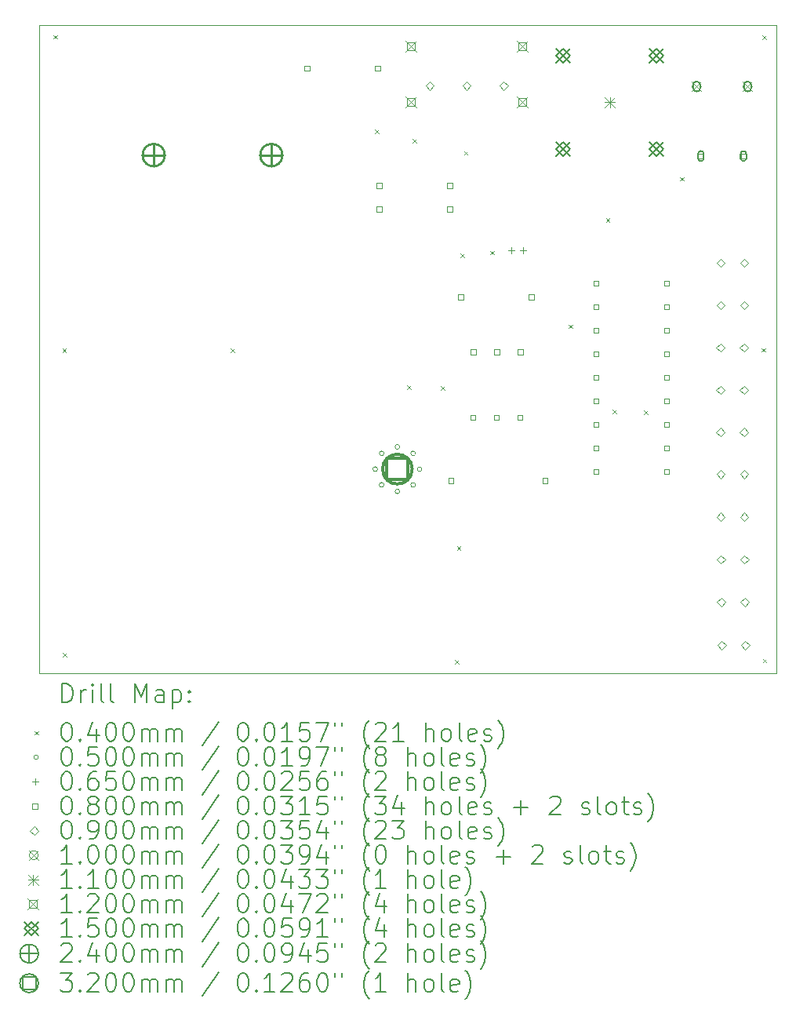
<source format=gbr>
%FSLAX45Y45*%
G04 Gerber Fmt 4.5, Leading zero omitted, Abs format (unit mm)*
G04 Created by KiCad (PCBNEW (6.0.4)) date 2022-10-12 20:44:15*
%MOMM*%
%LPD*%
G01*
G04 APERTURE LIST*
%TA.AperFunction,Profile*%
%ADD10C,0.100000*%
%TD*%
%ADD11C,0.200000*%
%ADD12C,0.040000*%
%ADD13C,0.050000*%
%ADD14C,0.065000*%
%ADD15C,0.080000*%
%ADD16C,0.090000*%
%ADD17C,0.100000*%
%ADD18C,0.110000*%
%ADD19C,0.120000*%
%ADD20C,0.150000*%
%ADD21C,0.240000*%
%ADD22C,0.320000*%
G04 APERTURE END LIST*
D10*
X7962000Y6991500D02*
X-1500Y6991500D01*
X-1500Y6991500D02*
X-1500Y-3500D01*
X-1500Y-3500D02*
X7962000Y-3500D01*
X7962000Y-3500D02*
X7962000Y6991500D01*
D11*
D12*
X155000Y6880000D02*
X195000Y6840000D01*
X195000Y6880000D02*
X155000Y6840000D01*
X254000Y3500000D02*
X294000Y3460000D01*
X294000Y3500000D02*
X254000Y3460000D01*
X260000Y212000D02*
X300000Y172000D01*
X300000Y212000D02*
X260000Y172000D01*
X2069000Y3497000D02*
X2109000Y3457000D01*
X2109000Y3497000D02*
X2069000Y3457000D01*
X3625500Y5857500D02*
X3665500Y5817500D01*
X3665500Y5857500D02*
X3625500Y5817500D01*
X3972000Y3099000D02*
X4012000Y3059000D01*
X4012000Y3099000D02*
X3972000Y3059000D01*
X4034000Y5756000D02*
X4074000Y5716000D01*
X4074000Y5756000D02*
X4034000Y5716000D01*
X4341000Y3092000D02*
X4381000Y3052000D01*
X4381000Y3092000D02*
X4341000Y3052000D01*
X4490000Y136000D02*
X4530000Y96000D01*
X4530000Y136000D02*
X4490000Y96000D01*
X4511000Y1362000D02*
X4551000Y1322000D01*
X4551000Y1362000D02*
X4511000Y1322000D01*
X4553000Y4520000D02*
X4593000Y4480000D01*
X4593000Y4520000D02*
X4553000Y4480000D01*
X4588000Y5627000D02*
X4628000Y5587000D01*
X4628000Y5627000D02*
X4588000Y5587000D01*
X4870500Y4552500D02*
X4910500Y4512500D01*
X4910500Y4552500D02*
X4870500Y4512500D01*
X5715500Y3757500D02*
X5755500Y3717500D01*
X5755500Y3757500D02*
X5715500Y3717500D01*
X6120500Y4905000D02*
X6160500Y4865000D01*
X6160500Y4905000D02*
X6120500Y4865000D01*
X6194000Y2839000D02*
X6234000Y2799000D01*
X6234000Y2839000D02*
X6194000Y2799000D01*
X6530500Y2832500D02*
X6570500Y2792500D01*
X6570500Y2832500D02*
X6530500Y2792500D01*
X6923000Y5347500D02*
X6963000Y5307500D01*
X6963000Y5347500D02*
X6923000Y5307500D01*
X7803000Y3502500D02*
X7843000Y3462500D01*
X7843000Y3502500D02*
X7803000Y3462500D01*
X7808000Y6875000D02*
X7848000Y6835000D01*
X7848000Y6875000D02*
X7808000Y6835000D01*
X7815000Y149000D02*
X7855000Y109000D01*
X7855000Y149000D02*
X7815000Y109000D01*
D13*
X3654000Y2197000D02*
G75*
G03*
X3654000Y2197000I-25000J0D01*
G01*
X3724294Y2366706D02*
G75*
G03*
X3724294Y2366706I-25000J0D01*
G01*
X3724294Y2027294D02*
G75*
G03*
X3724294Y2027294I-25000J0D01*
G01*
X3894000Y2437000D02*
G75*
G03*
X3894000Y2437000I-25000J0D01*
G01*
X3894000Y1957000D02*
G75*
G03*
X3894000Y1957000I-25000J0D01*
G01*
X4063706Y2366706D02*
G75*
G03*
X4063706Y2366706I-25000J0D01*
G01*
X4063706Y2027294D02*
G75*
G03*
X4063706Y2027294I-25000J0D01*
G01*
X4134000Y2197000D02*
G75*
G03*
X4134000Y2197000I-25000J0D01*
G01*
D14*
X5098000Y4592500D02*
X5098000Y4527500D01*
X5065500Y4560000D02*
X5130500Y4560000D01*
X5225000Y4592500D02*
X5225000Y4527500D01*
X5192500Y4560000D02*
X5257500Y4560000D01*
D15*
X2919534Y6494215D02*
X2919534Y6550784D01*
X2862965Y6550784D01*
X2862965Y6494215D01*
X2919534Y6494215D01*
X3681534Y6494215D02*
X3681534Y6550784D01*
X3624965Y6550784D01*
X3624965Y6494215D01*
X3681534Y6494215D01*
X3698784Y5229216D02*
X3698784Y5285785D01*
X3642215Y5285785D01*
X3642215Y5229216D01*
X3698784Y5229216D01*
X3698784Y4975216D02*
X3698784Y5031785D01*
X3642215Y5031785D01*
X3642215Y4975216D01*
X3698784Y4975216D01*
X4460785Y5229216D02*
X4460785Y5285785D01*
X4404216Y5285785D01*
X4404216Y5229216D01*
X4460785Y5229216D01*
X4460785Y4975216D02*
X4460785Y5031785D01*
X4404216Y5031785D01*
X4404216Y4975216D01*
X4460785Y4975216D01*
X4476285Y2043715D02*
X4476285Y2100285D01*
X4419716Y2100285D01*
X4419716Y2043715D01*
X4476285Y2043715D01*
X4580285Y4026715D02*
X4580285Y4083284D01*
X4523716Y4083284D01*
X4523716Y4026715D01*
X4580285Y4026715D01*
X4711785Y2725216D02*
X4711785Y2781785D01*
X4655216Y2781785D01*
X4655216Y2725216D01*
X4711785Y2725216D01*
X4714785Y3434215D02*
X4714785Y3490784D01*
X4658216Y3490784D01*
X4658216Y3434215D01*
X4714785Y3434215D01*
X4965785Y2725216D02*
X4965785Y2781785D01*
X4909216Y2781785D01*
X4909216Y2725216D01*
X4965785Y2725216D01*
X4968785Y3434215D02*
X4968785Y3490784D01*
X4912216Y3490784D01*
X4912216Y3434215D01*
X4968785Y3434215D01*
X5219785Y2725216D02*
X5219785Y2781785D01*
X5163216Y2781785D01*
X5163216Y2725216D01*
X5219785Y2725216D01*
X5222785Y3434215D02*
X5222785Y3490784D01*
X5166216Y3490784D01*
X5166216Y3434215D01*
X5222785Y3434215D01*
X5342285Y4026715D02*
X5342285Y4083284D01*
X5285716Y4083284D01*
X5285716Y4026715D01*
X5342285Y4026715D01*
X5492285Y2043715D02*
X5492285Y2100285D01*
X5435716Y2100285D01*
X5435716Y2043715D01*
X5492285Y2043715D01*
X6042284Y4174715D02*
X6042284Y4231285D01*
X5985715Y4231285D01*
X5985715Y4174715D01*
X6042284Y4174715D01*
X6042284Y3920715D02*
X6042284Y3977284D01*
X5985715Y3977284D01*
X5985715Y3920715D01*
X6042284Y3920715D01*
X6042284Y3666715D02*
X6042284Y3723284D01*
X5985715Y3723284D01*
X5985715Y3666715D01*
X6042284Y3666715D01*
X6042284Y3412715D02*
X6042284Y3469284D01*
X5985715Y3469284D01*
X5985715Y3412715D01*
X6042284Y3412715D01*
X6042284Y3158715D02*
X6042284Y3215284D01*
X5985715Y3215284D01*
X5985715Y3158715D01*
X6042284Y3158715D01*
X6042284Y2904715D02*
X6042284Y2961284D01*
X5985715Y2961284D01*
X5985715Y2904715D01*
X6042284Y2904715D01*
X6042284Y2650716D02*
X6042284Y2707285D01*
X5985715Y2707285D01*
X5985715Y2650716D01*
X6042284Y2650716D01*
X6042284Y2396716D02*
X6042284Y2453285D01*
X5985715Y2453285D01*
X5985715Y2396716D01*
X6042284Y2396716D01*
X6042284Y2142716D02*
X6042284Y2199285D01*
X5985715Y2199285D01*
X5985715Y2142716D01*
X6042284Y2142716D01*
X6804284Y4174715D02*
X6804284Y4231285D01*
X6747715Y4231285D01*
X6747715Y4174715D01*
X6804284Y4174715D01*
X6804284Y3920715D02*
X6804284Y3977284D01*
X6747715Y3977284D01*
X6747715Y3920715D01*
X6804284Y3920715D01*
X6804284Y3666715D02*
X6804284Y3723284D01*
X6747715Y3723284D01*
X6747715Y3666715D01*
X6804284Y3666715D01*
X6804284Y3412715D02*
X6804284Y3469284D01*
X6747715Y3469284D01*
X6747715Y3412715D01*
X6804284Y3412715D01*
X6804284Y3158715D02*
X6804284Y3215284D01*
X6747715Y3215284D01*
X6747715Y3158715D01*
X6804284Y3158715D01*
X6804284Y2904715D02*
X6804284Y2961284D01*
X6747715Y2961284D01*
X6747715Y2904715D01*
X6804284Y2904715D01*
X6804284Y2650716D02*
X6804284Y2707285D01*
X6747715Y2707285D01*
X6747715Y2650716D01*
X6804284Y2650716D01*
X6804284Y2396716D02*
X6804284Y2453285D01*
X6747715Y2453285D01*
X6747715Y2396716D01*
X6804284Y2396716D01*
X6804284Y2142716D02*
X6804284Y2199285D01*
X6747715Y2199285D01*
X6747715Y2142716D01*
X6804284Y2142716D01*
X7173784Y5546716D02*
X7173784Y5603284D01*
X7117215Y5603284D01*
X7117215Y5546716D01*
X7173784Y5546716D01*
D11*
X7115500Y5600000D02*
X7115500Y5550000D01*
X7175500Y5600000D02*
X7175500Y5550000D01*
X7115500Y5550000D02*
G75*
G03*
X7175500Y5550000I30000J0D01*
G01*
X7175500Y5600000D02*
G75*
G03*
X7115500Y5600000I-30000J0D01*
G01*
D15*
X7633784Y5546716D02*
X7633784Y5603284D01*
X7577215Y5603284D01*
X7577215Y5546716D01*
X7633784Y5546716D01*
D11*
X7575500Y5600000D02*
X7575500Y5550000D01*
X7635500Y5600000D02*
X7635500Y5550000D01*
X7575500Y5550000D02*
G75*
G03*
X7635500Y5550000I30000J0D01*
G01*
X7635500Y5600000D02*
G75*
G03*
X7575500Y5600000I-30000J0D01*
G01*
D16*
X4218000Y6287500D02*
X4263000Y6332500D01*
X4218000Y6377500D01*
X4173000Y6332500D01*
X4218000Y6287500D01*
X4618000Y6287500D02*
X4663000Y6332500D01*
X4618000Y6377500D01*
X4573000Y6332500D01*
X4618000Y6287500D01*
X5018000Y6287500D02*
X5063000Y6332500D01*
X5018000Y6377500D01*
X4973000Y6332500D01*
X5018000Y6287500D01*
X7356000Y3464500D02*
X7401000Y3509500D01*
X7356000Y3554500D01*
X7311000Y3509500D01*
X7356000Y3464500D01*
X7356000Y3007000D02*
X7401000Y3052000D01*
X7356000Y3097000D01*
X7311000Y3052000D01*
X7356000Y3007000D01*
X7356000Y2552000D02*
X7401000Y2597000D01*
X7356000Y2642000D01*
X7311000Y2597000D01*
X7356000Y2552000D01*
X7358500Y4377000D02*
X7403500Y4422000D01*
X7358500Y4467000D01*
X7313500Y4422000D01*
X7358500Y4377000D01*
X7358500Y2097000D02*
X7403500Y2142000D01*
X7358500Y2187000D01*
X7313500Y2142000D01*
X7358500Y2097000D01*
X7361000Y3919500D02*
X7406000Y3964500D01*
X7361000Y4009500D01*
X7316000Y3964500D01*
X7361000Y3919500D01*
X7361000Y1637000D02*
X7406000Y1682000D01*
X7361000Y1727000D01*
X7316000Y1682000D01*
X7361000Y1637000D01*
X7363500Y1177000D02*
X7408500Y1222000D01*
X7363500Y1267000D01*
X7318500Y1222000D01*
X7363500Y1177000D01*
X7366000Y717000D02*
X7411000Y762000D01*
X7366000Y807000D01*
X7321000Y762000D01*
X7366000Y717000D01*
X7371000Y252000D02*
X7416000Y297000D01*
X7371000Y342000D01*
X7326000Y297000D01*
X7371000Y252000D01*
X7610000Y3464500D02*
X7655000Y3509500D01*
X7610000Y3554500D01*
X7565000Y3509500D01*
X7610000Y3464500D01*
X7610000Y3007000D02*
X7655000Y3052000D01*
X7610000Y3097000D01*
X7565000Y3052000D01*
X7610000Y3007000D01*
X7610000Y2552000D02*
X7655000Y2597000D01*
X7610000Y2642000D01*
X7565000Y2597000D01*
X7610000Y2552000D01*
X7612500Y4377000D02*
X7657500Y4422000D01*
X7612500Y4467000D01*
X7567500Y4422000D01*
X7612500Y4377000D01*
X7612500Y2097000D02*
X7657500Y2142000D01*
X7612500Y2187000D01*
X7567500Y2142000D01*
X7612500Y2097000D01*
X7615000Y3919500D02*
X7660000Y3964500D01*
X7615000Y4009500D01*
X7570000Y3964500D01*
X7615000Y3919500D01*
X7615000Y1637000D02*
X7660000Y1682000D01*
X7615000Y1727000D01*
X7570000Y1682000D01*
X7615000Y1637000D01*
X7617500Y1177000D02*
X7662500Y1222000D01*
X7617500Y1267000D01*
X7572500Y1222000D01*
X7617500Y1177000D01*
X7620000Y717000D02*
X7665000Y762000D01*
X7620000Y807000D01*
X7575000Y762000D01*
X7620000Y717000D01*
X7625000Y252000D02*
X7670000Y297000D01*
X7625000Y342000D01*
X7580000Y297000D01*
X7625000Y252000D01*
D17*
X7050500Y6375000D02*
X7150500Y6275000D01*
X7150500Y6375000D02*
X7050500Y6275000D01*
X7150500Y6325000D02*
G75*
G03*
X7150500Y6325000I-50000J0D01*
G01*
D11*
X7060500Y6340000D02*
X7060500Y6310000D01*
X7140500Y6340000D02*
X7140500Y6310000D01*
X7060500Y6310000D02*
G75*
G03*
X7140500Y6310000I40000J0D01*
G01*
X7140500Y6340000D02*
G75*
G03*
X7060500Y6340000I-40000J0D01*
G01*
D17*
X7600500Y6375000D02*
X7700500Y6275000D01*
X7700500Y6375000D02*
X7600500Y6275000D01*
X7700500Y6325000D02*
G75*
G03*
X7700500Y6325000I-50000J0D01*
G01*
D11*
X7610500Y6340000D02*
X7610500Y6310000D01*
X7690500Y6340000D02*
X7690500Y6310000D01*
X7610500Y6310000D02*
G75*
G03*
X7690500Y6310000I40000J0D01*
G01*
X7690500Y6340000D02*
G75*
G03*
X7610500Y6340000I-40000J0D01*
G01*
D18*
X6108000Y6210000D02*
X6218000Y6100000D01*
X6218000Y6210000D02*
X6108000Y6100000D01*
X6163000Y6210000D02*
X6163000Y6100000D01*
X6108000Y6155000D02*
X6218000Y6155000D01*
D19*
X3958000Y6817500D02*
X4078000Y6697500D01*
X4078000Y6817500D02*
X3958000Y6697500D01*
X4060427Y6715073D02*
X4060427Y6799927D01*
X3975573Y6799927D01*
X3975573Y6715073D01*
X4060427Y6715073D01*
X3958000Y6217500D02*
X4078000Y6097500D01*
X4078000Y6217500D02*
X3958000Y6097500D01*
X4060427Y6115073D02*
X4060427Y6199927D01*
X3975573Y6199927D01*
X3975573Y6115073D01*
X4060427Y6115073D01*
X5158000Y6817500D02*
X5278000Y6697500D01*
X5278000Y6817500D02*
X5158000Y6697500D01*
X5260427Y6715073D02*
X5260427Y6799927D01*
X5175573Y6799927D01*
X5175573Y6715073D01*
X5260427Y6715073D01*
X5158000Y6217500D02*
X5278000Y6097500D01*
X5278000Y6217500D02*
X5158000Y6097500D01*
X5260427Y6115073D02*
X5260427Y6199927D01*
X5175573Y6199927D01*
X5175573Y6115073D01*
X5260427Y6115073D01*
D20*
X5585500Y6732500D02*
X5735500Y6582500D01*
X5735500Y6732500D02*
X5585500Y6582500D01*
X5660500Y6582500D02*
X5735500Y6657500D01*
X5660500Y6732500D01*
X5585500Y6657500D01*
X5660500Y6582500D01*
X5585500Y5727500D02*
X5735500Y5577500D01*
X5735500Y5727500D02*
X5585500Y5577500D01*
X5660500Y5577500D02*
X5735500Y5652500D01*
X5660500Y5727500D01*
X5585500Y5652500D01*
X5660500Y5577500D01*
X6590500Y6732500D02*
X6740500Y6582500D01*
X6740500Y6732500D02*
X6590500Y6582500D01*
X6665500Y6582500D02*
X6740500Y6657500D01*
X6665500Y6732500D01*
X6590500Y6657500D01*
X6665500Y6582500D01*
X6590500Y5727500D02*
X6740500Y5577500D01*
X6740500Y5727500D02*
X6590500Y5577500D01*
X6665500Y5577500D02*
X6740500Y5652500D01*
X6665500Y5727500D01*
X6590500Y5652500D01*
X6665500Y5577500D01*
D21*
X1238000Y5705000D02*
X1238000Y5465000D01*
X1118000Y5585000D02*
X1358000Y5585000D01*
X1358000Y5585000D02*
G75*
G03*
X1358000Y5585000I-120000J0D01*
G01*
X2508000Y5705000D02*
X2508000Y5465000D01*
X2388000Y5585000D02*
X2628000Y5585000D01*
X2628000Y5585000D02*
G75*
G03*
X2628000Y5585000I-120000J0D01*
G01*
D22*
X3982138Y2083862D02*
X3982138Y2310138D01*
X3755862Y2310138D01*
X3755862Y2083862D01*
X3982138Y2083862D01*
X4029000Y2197000D02*
G75*
G03*
X4029000Y2197000I-160000J0D01*
G01*
D11*
X251119Y-318976D02*
X251119Y-118976D01*
X298738Y-118976D01*
X327310Y-128500D01*
X346357Y-147548D01*
X355881Y-166595D01*
X365405Y-204690D01*
X365405Y-233262D01*
X355881Y-271357D01*
X346357Y-290405D01*
X327310Y-309452D01*
X298738Y-318976D01*
X251119Y-318976D01*
X451119Y-318976D02*
X451119Y-185643D01*
X451119Y-223738D02*
X460643Y-204690D01*
X470167Y-195167D01*
X489214Y-185643D01*
X508262Y-185643D01*
X574929Y-318976D02*
X574929Y-185643D01*
X574929Y-118976D02*
X565405Y-128500D01*
X574929Y-138024D01*
X584452Y-128500D01*
X574929Y-118976D01*
X574929Y-138024D01*
X698738Y-318976D02*
X679690Y-309452D01*
X670167Y-290405D01*
X670167Y-118976D01*
X803500Y-318976D02*
X784452Y-309452D01*
X774928Y-290405D01*
X774928Y-118976D01*
X1032071Y-318976D02*
X1032071Y-118976D01*
X1098738Y-261833D01*
X1165405Y-118976D01*
X1165405Y-318976D01*
X1346357Y-318976D02*
X1346357Y-214214D01*
X1336833Y-195167D01*
X1317786Y-185643D01*
X1279690Y-185643D01*
X1260643Y-195167D01*
X1346357Y-309452D02*
X1327310Y-318976D01*
X1279690Y-318976D01*
X1260643Y-309452D01*
X1251119Y-290405D01*
X1251119Y-271357D01*
X1260643Y-252309D01*
X1279690Y-242786D01*
X1327310Y-242786D01*
X1346357Y-233262D01*
X1441595Y-185643D02*
X1441595Y-385643D01*
X1441595Y-195167D02*
X1460643Y-185643D01*
X1498738Y-185643D01*
X1517786Y-195167D01*
X1527309Y-204690D01*
X1536833Y-223738D01*
X1536833Y-280881D01*
X1527309Y-299929D01*
X1517786Y-309452D01*
X1498738Y-318976D01*
X1460643Y-318976D01*
X1441595Y-309452D01*
X1622548Y-299929D02*
X1632071Y-309452D01*
X1622548Y-318976D01*
X1613024Y-309452D01*
X1622548Y-299929D01*
X1622548Y-318976D01*
X1622548Y-195167D02*
X1632071Y-204690D01*
X1622548Y-214214D01*
X1613024Y-204690D01*
X1622548Y-195167D01*
X1622548Y-214214D01*
D12*
X-46500Y-628500D02*
X-6500Y-668500D01*
X-6500Y-628500D02*
X-46500Y-668500D01*
D11*
X289214Y-538976D02*
X308262Y-538976D01*
X327310Y-548500D01*
X336833Y-558024D01*
X346357Y-577071D01*
X355881Y-615167D01*
X355881Y-662786D01*
X346357Y-700881D01*
X336833Y-719928D01*
X327310Y-729452D01*
X308262Y-738976D01*
X289214Y-738976D01*
X270167Y-729452D01*
X260643Y-719928D01*
X251119Y-700881D01*
X241595Y-662786D01*
X241595Y-615167D01*
X251119Y-577071D01*
X260643Y-558024D01*
X270167Y-548500D01*
X289214Y-538976D01*
X441595Y-719928D02*
X451119Y-729452D01*
X441595Y-738976D01*
X432071Y-729452D01*
X441595Y-719928D01*
X441595Y-738976D01*
X622548Y-605643D02*
X622548Y-738976D01*
X574929Y-529452D02*
X527310Y-672310D01*
X651119Y-672310D01*
X765405Y-538976D02*
X784452Y-538976D01*
X803500Y-548500D01*
X813024Y-558024D01*
X822548Y-577071D01*
X832071Y-615167D01*
X832071Y-662786D01*
X822548Y-700881D01*
X813024Y-719928D01*
X803500Y-729452D01*
X784452Y-738976D01*
X765405Y-738976D01*
X746357Y-729452D01*
X736833Y-719928D01*
X727309Y-700881D01*
X717786Y-662786D01*
X717786Y-615167D01*
X727309Y-577071D01*
X736833Y-558024D01*
X746357Y-548500D01*
X765405Y-538976D01*
X955881Y-538976D02*
X974928Y-538976D01*
X993976Y-548500D01*
X1003500Y-558024D01*
X1013024Y-577071D01*
X1022548Y-615167D01*
X1022548Y-662786D01*
X1013024Y-700881D01*
X1003500Y-719928D01*
X993976Y-729452D01*
X974928Y-738976D01*
X955881Y-738976D01*
X936833Y-729452D01*
X927309Y-719928D01*
X917786Y-700881D01*
X908262Y-662786D01*
X908262Y-615167D01*
X917786Y-577071D01*
X927309Y-558024D01*
X936833Y-548500D01*
X955881Y-538976D01*
X1108262Y-738976D02*
X1108262Y-605643D01*
X1108262Y-624690D02*
X1117786Y-615167D01*
X1136833Y-605643D01*
X1165405Y-605643D01*
X1184452Y-615167D01*
X1193976Y-634214D01*
X1193976Y-738976D01*
X1193976Y-634214D02*
X1203500Y-615167D01*
X1222548Y-605643D01*
X1251119Y-605643D01*
X1270167Y-615167D01*
X1279690Y-634214D01*
X1279690Y-738976D01*
X1374929Y-738976D02*
X1374929Y-605643D01*
X1374929Y-624690D02*
X1384452Y-615167D01*
X1403500Y-605643D01*
X1432071Y-605643D01*
X1451119Y-615167D01*
X1460643Y-634214D01*
X1460643Y-738976D01*
X1460643Y-634214D02*
X1470167Y-615167D01*
X1489214Y-605643D01*
X1517786Y-605643D01*
X1536833Y-615167D01*
X1546357Y-634214D01*
X1546357Y-738976D01*
X1936833Y-529452D02*
X1765405Y-786595D01*
X2193976Y-538976D02*
X2213024Y-538976D01*
X2232071Y-548500D01*
X2241595Y-558024D01*
X2251119Y-577071D01*
X2260643Y-615167D01*
X2260643Y-662786D01*
X2251119Y-700881D01*
X2241595Y-719928D01*
X2232071Y-729452D01*
X2213024Y-738976D01*
X2193976Y-738976D01*
X2174929Y-729452D01*
X2165405Y-719928D01*
X2155881Y-700881D01*
X2146357Y-662786D01*
X2146357Y-615167D01*
X2155881Y-577071D01*
X2165405Y-558024D01*
X2174929Y-548500D01*
X2193976Y-538976D01*
X2346357Y-719928D02*
X2355881Y-729452D01*
X2346357Y-738976D01*
X2336833Y-729452D01*
X2346357Y-719928D01*
X2346357Y-738976D01*
X2479690Y-538976D02*
X2498738Y-538976D01*
X2517786Y-548500D01*
X2527310Y-558024D01*
X2536833Y-577071D01*
X2546357Y-615167D01*
X2546357Y-662786D01*
X2536833Y-700881D01*
X2527310Y-719928D01*
X2517786Y-729452D01*
X2498738Y-738976D01*
X2479690Y-738976D01*
X2460643Y-729452D01*
X2451119Y-719928D01*
X2441595Y-700881D01*
X2432071Y-662786D01*
X2432071Y-615167D01*
X2441595Y-577071D01*
X2451119Y-558024D01*
X2460643Y-548500D01*
X2479690Y-538976D01*
X2736833Y-738976D02*
X2622548Y-738976D01*
X2679690Y-738976D02*
X2679690Y-538976D01*
X2660643Y-567548D01*
X2641595Y-586595D01*
X2622548Y-596119D01*
X2917786Y-538976D02*
X2822548Y-538976D01*
X2813024Y-634214D01*
X2822548Y-624690D01*
X2841595Y-615167D01*
X2889214Y-615167D01*
X2908262Y-624690D01*
X2917786Y-634214D01*
X2927309Y-653262D01*
X2927309Y-700881D01*
X2917786Y-719928D01*
X2908262Y-729452D01*
X2889214Y-738976D01*
X2841595Y-738976D01*
X2822548Y-729452D01*
X2813024Y-719928D01*
X2993976Y-538976D02*
X3127309Y-538976D01*
X3041595Y-738976D01*
X3193976Y-538976D02*
X3193976Y-577071D01*
X3270167Y-538976D02*
X3270167Y-577071D01*
X3565405Y-815167D02*
X3555881Y-805643D01*
X3536833Y-777071D01*
X3527309Y-758024D01*
X3517786Y-729452D01*
X3508262Y-681833D01*
X3508262Y-643738D01*
X3517786Y-596119D01*
X3527309Y-567548D01*
X3536833Y-548500D01*
X3555881Y-519928D01*
X3565405Y-510405D01*
X3632071Y-558024D02*
X3641595Y-548500D01*
X3660643Y-538976D01*
X3708262Y-538976D01*
X3727309Y-548500D01*
X3736833Y-558024D01*
X3746357Y-577071D01*
X3746357Y-596119D01*
X3736833Y-624690D01*
X3622548Y-738976D01*
X3746357Y-738976D01*
X3936833Y-738976D02*
X3822548Y-738976D01*
X3879690Y-738976D02*
X3879690Y-538976D01*
X3860643Y-567548D01*
X3841595Y-586595D01*
X3822548Y-596119D01*
X4174928Y-738976D02*
X4174928Y-538976D01*
X4260643Y-738976D02*
X4260643Y-634214D01*
X4251119Y-615167D01*
X4232071Y-605643D01*
X4203500Y-605643D01*
X4184452Y-615167D01*
X4174928Y-624690D01*
X4384452Y-738976D02*
X4365405Y-729452D01*
X4355881Y-719928D01*
X4346357Y-700881D01*
X4346357Y-643738D01*
X4355881Y-624690D01*
X4365405Y-615167D01*
X4384452Y-605643D01*
X4413024Y-605643D01*
X4432071Y-615167D01*
X4441595Y-624690D01*
X4451119Y-643738D01*
X4451119Y-700881D01*
X4441595Y-719928D01*
X4432071Y-729452D01*
X4413024Y-738976D01*
X4384452Y-738976D01*
X4565405Y-738976D02*
X4546357Y-729452D01*
X4536833Y-710405D01*
X4536833Y-538976D01*
X4717786Y-729452D02*
X4698738Y-738976D01*
X4660643Y-738976D01*
X4641595Y-729452D01*
X4632071Y-710405D01*
X4632071Y-634214D01*
X4641595Y-615167D01*
X4660643Y-605643D01*
X4698738Y-605643D01*
X4717786Y-615167D01*
X4727310Y-634214D01*
X4727310Y-653262D01*
X4632071Y-672310D01*
X4803500Y-729452D02*
X4822548Y-738976D01*
X4860643Y-738976D01*
X4879690Y-729452D01*
X4889214Y-710405D01*
X4889214Y-700881D01*
X4879690Y-681833D01*
X4860643Y-672310D01*
X4832071Y-672310D01*
X4813024Y-662786D01*
X4803500Y-643738D01*
X4803500Y-634214D01*
X4813024Y-615167D01*
X4832071Y-605643D01*
X4860643Y-605643D01*
X4879690Y-615167D01*
X4955881Y-815167D02*
X4965405Y-805643D01*
X4984452Y-777071D01*
X4993976Y-758024D01*
X5003500Y-729452D01*
X5013024Y-681833D01*
X5013024Y-643738D01*
X5003500Y-596119D01*
X4993976Y-567548D01*
X4984452Y-548500D01*
X4965405Y-519928D01*
X4955881Y-510405D01*
D13*
X-6500Y-912500D02*
G75*
G03*
X-6500Y-912500I-25000J0D01*
G01*
D11*
X289214Y-802976D02*
X308262Y-802976D01*
X327310Y-812500D01*
X336833Y-822024D01*
X346357Y-841071D01*
X355881Y-879167D01*
X355881Y-926786D01*
X346357Y-964881D01*
X336833Y-983928D01*
X327310Y-993452D01*
X308262Y-1002976D01*
X289214Y-1002976D01*
X270167Y-993452D01*
X260643Y-983928D01*
X251119Y-964881D01*
X241595Y-926786D01*
X241595Y-879167D01*
X251119Y-841071D01*
X260643Y-822024D01*
X270167Y-812500D01*
X289214Y-802976D01*
X441595Y-983928D02*
X451119Y-993452D01*
X441595Y-1002976D01*
X432071Y-993452D01*
X441595Y-983928D01*
X441595Y-1002976D01*
X632071Y-802976D02*
X536833Y-802976D01*
X527310Y-898214D01*
X536833Y-888690D01*
X555881Y-879167D01*
X603500Y-879167D01*
X622548Y-888690D01*
X632071Y-898214D01*
X641595Y-917262D01*
X641595Y-964881D01*
X632071Y-983928D01*
X622548Y-993452D01*
X603500Y-1002976D01*
X555881Y-1002976D01*
X536833Y-993452D01*
X527310Y-983928D01*
X765405Y-802976D02*
X784452Y-802976D01*
X803500Y-812500D01*
X813024Y-822024D01*
X822548Y-841071D01*
X832071Y-879167D01*
X832071Y-926786D01*
X822548Y-964881D01*
X813024Y-983928D01*
X803500Y-993452D01*
X784452Y-1002976D01*
X765405Y-1002976D01*
X746357Y-993452D01*
X736833Y-983928D01*
X727309Y-964881D01*
X717786Y-926786D01*
X717786Y-879167D01*
X727309Y-841071D01*
X736833Y-822024D01*
X746357Y-812500D01*
X765405Y-802976D01*
X955881Y-802976D02*
X974928Y-802976D01*
X993976Y-812500D01*
X1003500Y-822024D01*
X1013024Y-841071D01*
X1022548Y-879167D01*
X1022548Y-926786D01*
X1013024Y-964881D01*
X1003500Y-983928D01*
X993976Y-993452D01*
X974928Y-1002976D01*
X955881Y-1002976D01*
X936833Y-993452D01*
X927309Y-983928D01*
X917786Y-964881D01*
X908262Y-926786D01*
X908262Y-879167D01*
X917786Y-841071D01*
X927309Y-822024D01*
X936833Y-812500D01*
X955881Y-802976D01*
X1108262Y-1002976D02*
X1108262Y-869643D01*
X1108262Y-888690D02*
X1117786Y-879167D01*
X1136833Y-869643D01*
X1165405Y-869643D01*
X1184452Y-879167D01*
X1193976Y-898214D01*
X1193976Y-1002976D01*
X1193976Y-898214D02*
X1203500Y-879167D01*
X1222548Y-869643D01*
X1251119Y-869643D01*
X1270167Y-879167D01*
X1279690Y-898214D01*
X1279690Y-1002976D01*
X1374929Y-1002976D02*
X1374929Y-869643D01*
X1374929Y-888690D02*
X1384452Y-879167D01*
X1403500Y-869643D01*
X1432071Y-869643D01*
X1451119Y-879167D01*
X1460643Y-898214D01*
X1460643Y-1002976D01*
X1460643Y-898214D02*
X1470167Y-879167D01*
X1489214Y-869643D01*
X1517786Y-869643D01*
X1536833Y-879167D01*
X1546357Y-898214D01*
X1546357Y-1002976D01*
X1936833Y-793452D02*
X1765405Y-1050595D01*
X2193976Y-802976D02*
X2213024Y-802976D01*
X2232071Y-812500D01*
X2241595Y-822024D01*
X2251119Y-841071D01*
X2260643Y-879167D01*
X2260643Y-926786D01*
X2251119Y-964881D01*
X2241595Y-983928D01*
X2232071Y-993452D01*
X2213024Y-1002976D01*
X2193976Y-1002976D01*
X2174929Y-993452D01*
X2165405Y-983928D01*
X2155881Y-964881D01*
X2146357Y-926786D01*
X2146357Y-879167D01*
X2155881Y-841071D01*
X2165405Y-822024D01*
X2174929Y-812500D01*
X2193976Y-802976D01*
X2346357Y-983928D02*
X2355881Y-993452D01*
X2346357Y-1002976D01*
X2336833Y-993452D01*
X2346357Y-983928D01*
X2346357Y-1002976D01*
X2479690Y-802976D02*
X2498738Y-802976D01*
X2517786Y-812500D01*
X2527310Y-822024D01*
X2536833Y-841071D01*
X2546357Y-879167D01*
X2546357Y-926786D01*
X2536833Y-964881D01*
X2527310Y-983928D01*
X2517786Y-993452D01*
X2498738Y-1002976D01*
X2479690Y-1002976D01*
X2460643Y-993452D01*
X2451119Y-983928D01*
X2441595Y-964881D01*
X2432071Y-926786D01*
X2432071Y-879167D01*
X2441595Y-841071D01*
X2451119Y-822024D01*
X2460643Y-812500D01*
X2479690Y-802976D01*
X2736833Y-1002976D02*
X2622548Y-1002976D01*
X2679690Y-1002976D02*
X2679690Y-802976D01*
X2660643Y-831548D01*
X2641595Y-850595D01*
X2622548Y-860119D01*
X2832071Y-1002976D02*
X2870167Y-1002976D01*
X2889214Y-993452D01*
X2898738Y-983928D01*
X2917786Y-955357D01*
X2927309Y-917262D01*
X2927309Y-841071D01*
X2917786Y-822024D01*
X2908262Y-812500D01*
X2889214Y-802976D01*
X2851119Y-802976D01*
X2832071Y-812500D01*
X2822548Y-822024D01*
X2813024Y-841071D01*
X2813024Y-888690D01*
X2822548Y-907738D01*
X2832071Y-917262D01*
X2851119Y-926786D01*
X2889214Y-926786D01*
X2908262Y-917262D01*
X2917786Y-907738D01*
X2927309Y-888690D01*
X2993976Y-802976D02*
X3127309Y-802976D01*
X3041595Y-1002976D01*
X3193976Y-802976D02*
X3193976Y-841071D01*
X3270167Y-802976D02*
X3270167Y-841071D01*
X3565405Y-1079167D02*
X3555881Y-1069643D01*
X3536833Y-1041071D01*
X3527309Y-1022024D01*
X3517786Y-993452D01*
X3508262Y-945833D01*
X3508262Y-907738D01*
X3517786Y-860119D01*
X3527309Y-831548D01*
X3536833Y-812500D01*
X3555881Y-783928D01*
X3565405Y-774405D01*
X3670167Y-888690D02*
X3651119Y-879167D01*
X3641595Y-869643D01*
X3632071Y-850595D01*
X3632071Y-841071D01*
X3641595Y-822024D01*
X3651119Y-812500D01*
X3670167Y-802976D01*
X3708262Y-802976D01*
X3727309Y-812500D01*
X3736833Y-822024D01*
X3746357Y-841071D01*
X3746357Y-850595D01*
X3736833Y-869643D01*
X3727309Y-879167D01*
X3708262Y-888690D01*
X3670167Y-888690D01*
X3651119Y-898214D01*
X3641595Y-907738D01*
X3632071Y-926786D01*
X3632071Y-964881D01*
X3641595Y-983928D01*
X3651119Y-993452D01*
X3670167Y-1002976D01*
X3708262Y-1002976D01*
X3727309Y-993452D01*
X3736833Y-983928D01*
X3746357Y-964881D01*
X3746357Y-926786D01*
X3736833Y-907738D01*
X3727309Y-898214D01*
X3708262Y-888690D01*
X3984452Y-1002976D02*
X3984452Y-802976D01*
X4070167Y-1002976D02*
X4070167Y-898214D01*
X4060643Y-879167D01*
X4041595Y-869643D01*
X4013024Y-869643D01*
X3993976Y-879167D01*
X3984452Y-888690D01*
X4193976Y-1002976D02*
X4174928Y-993452D01*
X4165405Y-983928D01*
X4155881Y-964881D01*
X4155881Y-907738D01*
X4165405Y-888690D01*
X4174928Y-879167D01*
X4193976Y-869643D01*
X4222548Y-869643D01*
X4241595Y-879167D01*
X4251119Y-888690D01*
X4260643Y-907738D01*
X4260643Y-964881D01*
X4251119Y-983928D01*
X4241595Y-993452D01*
X4222548Y-1002976D01*
X4193976Y-1002976D01*
X4374929Y-1002976D02*
X4355881Y-993452D01*
X4346357Y-974405D01*
X4346357Y-802976D01*
X4527310Y-993452D02*
X4508262Y-1002976D01*
X4470167Y-1002976D01*
X4451119Y-993452D01*
X4441595Y-974405D01*
X4441595Y-898214D01*
X4451119Y-879167D01*
X4470167Y-869643D01*
X4508262Y-869643D01*
X4527310Y-879167D01*
X4536833Y-898214D01*
X4536833Y-917262D01*
X4441595Y-936309D01*
X4613024Y-993452D02*
X4632071Y-1002976D01*
X4670167Y-1002976D01*
X4689214Y-993452D01*
X4698738Y-974405D01*
X4698738Y-964881D01*
X4689214Y-945833D01*
X4670167Y-936309D01*
X4641595Y-936309D01*
X4622548Y-926786D01*
X4613024Y-907738D01*
X4613024Y-898214D01*
X4622548Y-879167D01*
X4641595Y-869643D01*
X4670167Y-869643D01*
X4689214Y-879167D01*
X4765405Y-1079167D02*
X4774929Y-1069643D01*
X4793976Y-1041071D01*
X4803500Y-1022024D01*
X4813024Y-993452D01*
X4822548Y-945833D01*
X4822548Y-907738D01*
X4813024Y-860119D01*
X4803500Y-831548D01*
X4793976Y-812500D01*
X4774929Y-783928D01*
X4765405Y-774405D01*
D14*
X-39000Y-1144000D02*
X-39000Y-1209000D01*
X-71500Y-1176500D02*
X-6500Y-1176500D01*
D11*
X289214Y-1066976D02*
X308262Y-1066976D01*
X327310Y-1076500D01*
X336833Y-1086024D01*
X346357Y-1105071D01*
X355881Y-1143167D01*
X355881Y-1190786D01*
X346357Y-1228881D01*
X336833Y-1247929D01*
X327310Y-1257452D01*
X308262Y-1266976D01*
X289214Y-1266976D01*
X270167Y-1257452D01*
X260643Y-1247929D01*
X251119Y-1228881D01*
X241595Y-1190786D01*
X241595Y-1143167D01*
X251119Y-1105071D01*
X260643Y-1086024D01*
X270167Y-1076500D01*
X289214Y-1066976D01*
X441595Y-1247929D02*
X451119Y-1257452D01*
X441595Y-1266976D01*
X432071Y-1257452D01*
X441595Y-1247929D01*
X441595Y-1266976D01*
X622548Y-1066976D02*
X584452Y-1066976D01*
X565405Y-1076500D01*
X555881Y-1086024D01*
X536833Y-1114595D01*
X527310Y-1152690D01*
X527310Y-1228881D01*
X536833Y-1247929D01*
X546357Y-1257452D01*
X565405Y-1266976D01*
X603500Y-1266976D01*
X622548Y-1257452D01*
X632071Y-1247929D01*
X641595Y-1228881D01*
X641595Y-1181262D01*
X632071Y-1162214D01*
X622548Y-1152690D01*
X603500Y-1143167D01*
X565405Y-1143167D01*
X546357Y-1152690D01*
X536833Y-1162214D01*
X527310Y-1181262D01*
X822548Y-1066976D02*
X727309Y-1066976D01*
X717786Y-1162214D01*
X727309Y-1152690D01*
X746357Y-1143167D01*
X793976Y-1143167D01*
X813024Y-1152690D01*
X822548Y-1162214D01*
X832071Y-1181262D01*
X832071Y-1228881D01*
X822548Y-1247929D01*
X813024Y-1257452D01*
X793976Y-1266976D01*
X746357Y-1266976D01*
X727309Y-1257452D01*
X717786Y-1247929D01*
X955881Y-1066976D02*
X974928Y-1066976D01*
X993976Y-1076500D01*
X1003500Y-1086024D01*
X1013024Y-1105071D01*
X1022548Y-1143167D01*
X1022548Y-1190786D01*
X1013024Y-1228881D01*
X1003500Y-1247929D01*
X993976Y-1257452D01*
X974928Y-1266976D01*
X955881Y-1266976D01*
X936833Y-1257452D01*
X927309Y-1247929D01*
X917786Y-1228881D01*
X908262Y-1190786D01*
X908262Y-1143167D01*
X917786Y-1105071D01*
X927309Y-1086024D01*
X936833Y-1076500D01*
X955881Y-1066976D01*
X1108262Y-1266976D02*
X1108262Y-1133643D01*
X1108262Y-1152690D02*
X1117786Y-1143167D01*
X1136833Y-1133643D01*
X1165405Y-1133643D01*
X1184452Y-1143167D01*
X1193976Y-1162214D01*
X1193976Y-1266976D01*
X1193976Y-1162214D02*
X1203500Y-1143167D01*
X1222548Y-1133643D01*
X1251119Y-1133643D01*
X1270167Y-1143167D01*
X1279690Y-1162214D01*
X1279690Y-1266976D01*
X1374929Y-1266976D02*
X1374929Y-1133643D01*
X1374929Y-1152690D02*
X1384452Y-1143167D01*
X1403500Y-1133643D01*
X1432071Y-1133643D01*
X1451119Y-1143167D01*
X1460643Y-1162214D01*
X1460643Y-1266976D01*
X1460643Y-1162214D02*
X1470167Y-1143167D01*
X1489214Y-1133643D01*
X1517786Y-1133643D01*
X1536833Y-1143167D01*
X1546357Y-1162214D01*
X1546357Y-1266976D01*
X1936833Y-1057452D02*
X1765405Y-1314595D01*
X2193976Y-1066976D02*
X2213024Y-1066976D01*
X2232071Y-1076500D01*
X2241595Y-1086024D01*
X2251119Y-1105071D01*
X2260643Y-1143167D01*
X2260643Y-1190786D01*
X2251119Y-1228881D01*
X2241595Y-1247929D01*
X2232071Y-1257452D01*
X2213024Y-1266976D01*
X2193976Y-1266976D01*
X2174929Y-1257452D01*
X2165405Y-1247929D01*
X2155881Y-1228881D01*
X2146357Y-1190786D01*
X2146357Y-1143167D01*
X2155881Y-1105071D01*
X2165405Y-1086024D01*
X2174929Y-1076500D01*
X2193976Y-1066976D01*
X2346357Y-1247929D02*
X2355881Y-1257452D01*
X2346357Y-1266976D01*
X2336833Y-1257452D01*
X2346357Y-1247929D01*
X2346357Y-1266976D01*
X2479690Y-1066976D02*
X2498738Y-1066976D01*
X2517786Y-1076500D01*
X2527310Y-1086024D01*
X2536833Y-1105071D01*
X2546357Y-1143167D01*
X2546357Y-1190786D01*
X2536833Y-1228881D01*
X2527310Y-1247929D01*
X2517786Y-1257452D01*
X2498738Y-1266976D01*
X2479690Y-1266976D01*
X2460643Y-1257452D01*
X2451119Y-1247929D01*
X2441595Y-1228881D01*
X2432071Y-1190786D01*
X2432071Y-1143167D01*
X2441595Y-1105071D01*
X2451119Y-1086024D01*
X2460643Y-1076500D01*
X2479690Y-1066976D01*
X2622548Y-1086024D02*
X2632071Y-1076500D01*
X2651119Y-1066976D01*
X2698738Y-1066976D01*
X2717786Y-1076500D01*
X2727310Y-1086024D01*
X2736833Y-1105071D01*
X2736833Y-1124119D01*
X2727310Y-1152690D01*
X2613024Y-1266976D01*
X2736833Y-1266976D01*
X2917786Y-1066976D02*
X2822548Y-1066976D01*
X2813024Y-1162214D01*
X2822548Y-1152690D01*
X2841595Y-1143167D01*
X2889214Y-1143167D01*
X2908262Y-1152690D01*
X2917786Y-1162214D01*
X2927309Y-1181262D01*
X2927309Y-1228881D01*
X2917786Y-1247929D01*
X2908262Y-1257452D01*
X2889214Y-1266976D01*
X2841595Y-1266976D01*
X2822548Y-1257452D01*
X2813024Y-1247929D01*
X3098738Y-1066976D02*
X3060643Y-1066976D01*
X3041595Y-1076500D01*
X3032071Y-1086024D01*
X3013024Y-1114595D01*
X3003500Y-1152690D01*
X3003500Y-1228881D01*
X3013024Y-1247929D01*
X3022548Y-1257452D01*
X3041595Y-1266976D01*
X3079690Y-1266976D01*
X3098738Y-1257452D01*
X3108262Y-1247929D01*
X3117786Y-1228881D01*
X3117786Y-1181262D01*
X3108262Y-1162214D01*
X3098738Y-1152690D01*
X3079690Y-1143167D01*
X3041595Y-1143167D01*
X3022548Y-1152690D01*
X3013024Y-1162214D01*
X3003500Y-1181262D01*
X3193976Y-1066976D02*
X3193976Y-1105071D01*
X3270167Y-1066976D02*
X3270167Y-1105071D01*
X3565405Y-1343167D02*
X3555881Y-1333643D01*
X3536833Y-1305071D01*
X3527309Y-1286024D01*
X3517786Y-1257452D01*
X3508262Y-1209833D01*
X3508262Y-1171738D01*
X3517786Y-1124119D01*
X3527309Y-1095548D01*
X3536833Y-1076500D01*
X3555881Y-1047928D01*
X3565405Y-1038405D01*
X3632071Y-1086024D02*
X3641595Y-1076500D01*
X3660643Y-1066976D01*
X3708262Y-1066976D01*
X3727309Y-1076500D01*
X3736833Y-1086024D01*
X3746357Y-1105071D01*
X3746357Y-1124119D01*
X3736833Y-1152690D01*
X3622548Y-1266976D01*
X3746357Y-1266976D01*
X3984452Y-1266976D02*
X3984452Y-1066976D01*
X4070167Y-1266976D02*
X4070167Y-1162214D01*
X4060643Y-1143167D01*
X4041595Y-1133643D01*
X4013024Y-1133643D01*
X3993976Y-1143167D01*
X3984452Y-1152690D01*
X4193976Y-1266976D02*
X4174928Y-1257452D01*
X4165405Y-1247929D01*
X4155881Y-1228881D01*
X4155881Y-1171738D01*
X4165405Y-1152690D01*
X4174928Y-1143167D01*
X4193976Y-1133643D01*
X4222548Y-1133643D01*
X4241595Y-1143167D01*
X4251119Y-1152690D01*
X4260643Y-1171738D01*
X4260643Y-1228881D01*
X4251119Y-1247929D01*
X4241595Y-1257452D01*
X4222548Y-1266976D01*
X4193976Y-1266976D01*
X4374929Y-1266976D02*
X4355881Y-1257452D01*
X4346357Y-1238405D01*
X4346357Y-1066976D01*
X4527310Y-1257452D02*
X4508262Y-1266976D01*
X4470167Y-1266976D01*
X4451119Y-1257452D01*
X4441595Y-1238405D01*
X4441595Y-1162214D01*
X4451119Y-1143167D01*
X4470167Y-1133643D01*
X4508262Y-1133643D01*
X4527310Y-1143167D01*
X4536833Y-1162214D01*
X4536833Y-1181262D01*
X4441595Y-1200310D01*
X4613024Y-1257452D02*
X4632071Y-1266976D01*
X4670167Y-1266976D01*
X4689214Y-1257452D01*
X4698738Y-1238405D01*
X4698738Y-1228881D01*
X4689214Y-1209833D01*
X4670167Y-1200310D01*
X4641595Y-1200310D01*
X4622548Y-1190786D01*
X4613024Y-1171738D01*
X4613024Y-1162214D01*
X4622548Y-1143167D01*
X4641595Y-1133643D01*
X4670167Y-1133643D01*
X4689214Y-1143167D01*
X4765405Y-1343167D02*
X4774929Y-1333643D01*
X4793976Y-1305071D01*
X4803500Y-1286024D01*
X4813024Y-1257452D01*
X4822548Y-1209833D01*
X4822548Y-1171738D01*
X4813024Y-1124119D01*
X4803500Y-1095548D01*
X4793976Y-1076500D01*
X4774929Y-1047928D01*
X4765405Y-1038405D01*
D15*
X-18216Y-1468784D02*
X-18216Y-1412215D01*
X-74785Y-1412215D01*
X-74785Y-1468784D01*
X-18216Y-1468784D01*
D11*
X289214Y-1330976D02*
X308262Y-1330976D01*
X327310Y-1340500D01*
X336833Y-1350024D01*
X346357Y-1369071D01*
X355881Y-1407167D01*
X355881Y-1454786D01*
X346357Y-1492881D01*
X336833Y-1511928D01*
X327310Y-1521452D01*
X308262Y-1530976D01*
X289214Y-1530976D01*
X270167Y-1521452D01*
X260643Y-1511928D01*
X251119Y-1492881D01*
X241595Y-1454786D01*
X241595Y-1407167D01*
X251119Y-1369071D01*
X260643Y-1350024D01*
X270167Y-1340500D01*
X289214Y-1330976D01*
X441595Y-1511928D02*
X451119Y-1521452D01*
X441595Y-1530976D01*
X432071Y-1521452D01*
X441595Y-1511928D01*
X441595Y-1530976D01*
X565405Y-1416690D02*
X546357Y-1407167D01*
X536833Y-1397643D01*
X527310Y-1378595D01*
X527310Y-1369071D01*
X536833Y-1350024D01*
X546357Y-1340500D01*
X565405Y-1330976D01*
X603500Y-1330976D01*
X622548Y-1340500D01*
X632071Y-1350024D01*
X641595Y-1369071D01*
X641595Y-1378595D01*
X632071Y-1397643D01*
X622548Y-1407167D01*
X603500Y-1416690D01*
X565405Y-1416690D01*
X546357Y-1426214D01*
X536833Y-1435738D01*
X527310Y-1454786D01*
X527310Y-1492881D01*
X536833Y-1511928D01*
X546357Y-1521452D01*
X565405Y-1530976D01*
X603500Y-1530976D01*
X622548Y-1521452D01*
X632071Y-1511928D01*
X641595Y-1492881D01*
X641595Y-1454786D01*
X632071Y-1435738D01*
X622548Y-1426214D01*
X603500Y-1416690D01*
X765405Y-1330976D02*
X784452Y-1330976D01*
X803500Y-1340500D01*
X813024Y-1350024D01*
X822548Y-1369071D01*
X832071Y-1407167D01*
X832071Y-1454786D01*
X822548Y-1492881D01*
X813024Y-1511928D01*
X803500Y-1521452D01*
X784452Y-1530976D01*
X765405Y-1530976D01*
X746357Y-1521452D01*
X736833Y-1511928D01*
X727309Y-1492881D01*
X717786Y-1454786D01*
X717786Y-1407167D01*
X727309Y-1369071D01*
X736833Y-1350024D01*
X746357Y-1340500D01*
X765405Y-1330976D01*
X955881Y-1330976D02*
X974928Y-1330976D01*
X993976Y-1340500D01*
X1003500Y-1350024D01*
X1013024Y-1369071D01*
X1022548Y-1407167D01*
X1022548Y-1454786D01*
X1013024Y-1492881D01*
X1003500Y-1511928D01*
X993976Y-1521452D01*
X974928Y-1530976D01*
X955881Y-1530976D01*
X936833Y-1521452D01*
X927309Y-1511928D01*
X917786Y-1492881D01*
X908262Y-1454786D01*
X908262Y-1407167D01*
X917786Y-1369071D01*
X927309Y-1350024D01*
X936833Y-1340500D01*
X955881Y-1330976D01*
X1108262Y-1530976D02*
X1108262Y-1397643D01*
X1108262Y-1416690D02*
X1117786Y-1407167D01*
X1136833Y-1397643D01*
X1165405Y-1397643D01*
X1184452Y-1407167D01*
X1193976Y-1426214D01*
X1193976Y-1530976D01*
X1193976Y-1426214D02*
X1203500Y-1407167D01*
X1222548Y-1397643D01*
X1251119Y-1397643D01*
X1270167Y-1407167D01*
X1279690Y-1426214D01*
X1279690Y-1530976D01*
X1374929Y-1530976D02*
X1374929Y-1397643D01*
X1374929Y-1416690D02*
X1384452Y-1407167D01*
X1403500Y-1397643D01*
X1432071Y-1397643D01*
X1451119Y-1407167D01*
X1460643Y-1426214D01*
X1460643Y-1530976D01*
X1460643Y-1426214D02*
X1470167Y-1407167D01*
X1489214Y-1397643D01*
X1517786Y-1397643D01*
X1536833Y-1407167D01*
X1546357Y-1426214D01*
X1546357Y-1530976D01*
X1936833Y-1321452D02*
X1765405Y-1578595D01*
X2193976Y-1330976D02*
X2213024Y-1330976D01*
X2232071Y-1340500D01*
X2241595Y-1350024D01*
X2251119Y-1369071D01*
X2260643Y-1407167D01*
X2260643Y-1454786D01*
X2251119Y-1492881D01*
X2241595Y-1511928D01*
X2232071Y-1521452D01*
X2213024Y-1530976D01*
X2193976Y-1530976D01*
X2174929Y-1521452D01*
X2165405Y-1511928D01*
X2155881Y-1492881D01*
X2146357Y-1454786D01*
X2146357Y-1407167D01*
X2155881Y-1369071D01*
X2165405Y-1350024D01*
X2174929Y-1340500D01*
X2193976Y-1330976D01*
X2346357Y-1511928D02*
X2355881Y-1521452D01*
X2346357Y-1530976D01*
X2336833Y-1521452D01*
X2346357Y-1511928D01*
X2346357Y-1530976D01*
X2479690Y-1330976D02*
X2498738Y-1330976D01*
X2517786Y-1340500D01*
X2527310Y-1350024D01*
X2536833Y-1369071D01*
X2546357Y-1407167D01*
X2546357Y-1454786D01*
X2536833Y-1492881D01*
X2527310Y-1511928D01*
X2517786Y-1521452D01*
X2498738Y-1530976D01*
X2479690Y-1530976D01*
X2460643Y-1521452D01*
X2451119Y-1511928D01*
X2441595Y-1492881D01*
X2432071Y-1454786D01*
X2432071Y-1407167D01*
X2441595Y-1369071D01*
X2451119Y-1350024D01*
X2460643Y-1340500D01*
X2479690Y-1330976D01*
X2613024Y-1330976D02*
X2736833Y-1330976D01*
X2670167Y-1407167D01*
X2698738Y-1407167D01*
X2717786Y-1416690D01*
X2727310Y-1426214D01*
X2736833Y-1445262D01*
X2736833Y-1492881D01*
X2727310Y-1511928D01*
X2717786Y-1521452D01*
X2698738Y-1530976D01*
X2641595Y-1530976D01*
X2622548Y-1521452D01*
X2613024Y-1511928D01*
X2927309Y-1530976D02*
X2813024Y-1530976D01*
X2870167Y-1530976D02*
X2870167Y-1330976D01*
X2851119Y-1359548D01*
X2832071Y-1378595D01*
X2813024Y-1388119D01*
X3108262Y-1330976D02*
X3013024Y-1330976D01*
X3003500Y-1426214D01*
X3013024Y-1416690D01*
X3032071Y-1407167D01*
X3079690Y-1407167D01*
X3098738Y-1416690D01*
X3108262Y-1426214D01*
X3117786Y-1445262D01*
X3117786Y-1492881D01*
X3108262Y-1511928D01*
X3098738Y-1521452D01*
X3079690Y-1530976D01*
X3032071Y-1530976D01*
X3013024Y-1521452D01*
X3003500Y-1511928D01*
X3193976Y-1330976D02*
X3193976Y-1369071D01*
X3270167Y-1330976D02*
X3270167Y-1369071D01*
X3565405Y-1607167D02*
X3555881Y-1597643D01*
X3536833Y-1569071D01*
X3527309Y-1550024D01*
X3517786Y-1521452D01*
X3508262Y-1473833D01*
X3508262Y-1435738D01*
X3517786Y-1388119D01*
X3527309Y-1359548D01*
X3536833Y-1340500D01*
X3555881Y-1311929D01*
X3565405Y-1302405D01*
X3622548Y-1330976D02*
X3746357Y-1330976D01*
X3679690Y-1407167D01*
X3708262Y-1407167D01*
X3727309Y-1416690D01*
X3736833Y-1426214D01*
X3746357Y-1445262D01*
X3746357Y-1492881D01*
X3736833Y-1511928D01*
X3727309Y-1521452D01*
X3708262Y-1530976D01*
X3651119Y-1530976D01*
X3632071Y-1521452D01*
X3622548Y-1511928D01*
X3917786Y-1397643D02*
X3917786Y-1530976D01*
X3870167Y-1321452D02*
X3822548Y-1464309D01*
X3946357Y-1464309D01*
X4174928Y-1530976D02*
X4174928Y-1330976D01*
X4260643Y-1530976D02*
X4260643Y-1426214D01*
X4251119Y-1407167D01*
X4232071Y-1397643D01*
X4203500Y-1397643D01*
X4184452Y-1407167D01*
X4174928Y-1416690D01*
X4384452Y-1530976D02*
X4365405Y-1521452D01*
X4355881Y-1511928D01*
X4346357Y-1492881D01*
X4346357Y-1435738D01*
X4355881Y-1416690D01*
X4365405Y-1407167D01*
X4384452Y-1397643D01*
X4413024Y-1397643D01*
X4432071Y-1407167D01*
X4441595Y-1416690D01*
X4451119Y-1435738D01*
X4451119Y-1492881D01*
X4441595Y-1511928D01*
X4432071Y-1521452D01*
X4413024Y-1530976D01*
X4384452Y-1530976D01*
X4565405Y-1530976D02*
X4546357Y-1521452D01*
X4536833Y-1502405D01*
X4536833Y-1330976D01*
X4717786Y-1521452D02*
X4698738Y-1530976D01*
X4660643Y-1530976D01*
X4641595Y-1521452D01*
X4632071Y-1502405D01*
X4632071Y-1426214D01*
X4641595Y-1407167D01*
X4660643Y-1397643D01*
X4698738Y-1397643D01*
X4717786Y-1407167D01*
X4727310Y-1426214D01*
X4727310Y-1445262D01*
X4632071Y-1464309D01*
X4803500Y-1521452D02*
X4822548Y-1530976D01*
X4860643Y-1530976D01*
X4879690Y-1521452D01*
X4889214Y-1502405D01*
X4889214Y-1492881D01*
X4879690Y-1473833D01*
X4860643Y-1464309D01*
X4832071Y-1464309D01*
X4813024Y-1454786D01*
X4803500Y-1435738D01*
X4803500Y-1426214D01*
X4813024Y-1407167D01*
X4832071Y-1397643D01*
X4860643Y-1397643D01*
X4879690Y-1407167D01*
X5127310Y-1454786D02*
X5279690Y-1454786D01*
X5203500Y-1530976D02*
X5203500Y-1378595D01*
X5517786Y-1350024D02*
X5527310Y-1340500D01*
X5546357Y-1330976D01*
X5593976Y-1330976D01*
X5613024Y-1340500D01*
X5622548Y-1350024D01*
X5632071Y-1369071D01*
X5632071Y-1388119D01*
X5622548Y-1416690D01*
X5508262Y-1530976D01*
X5632071Y-1530976D01*
X5860643Y-1521452D02*
X5879690Y-1530976D01*
X5917786Y-1530976D01*
X5936833Y-1521452D01*
X5946357Y-1502405D01*
X5946357Y-1492881D01*
X5936833Y-1473833D01*
X5917786Y-1464309D01*
X5889214Y-1464309D01*
X5870167Y-1454786D01*
X5860643Y-1435738D01*
X5860643Y-1426214D01*
X5870167Y-1407167D01*
X5889214Y-1397643D01*
X5917786Y-1397643D01*
X5936833Y-1407167D01*
X6060643Y-1530976D02*
X6041595Y-1521452D01*
X6032071Y-1502405D01*
X6032071Y-1330976D01*
X6165405Y-1530976D02*
X6146357Y-1521452D01*
X6136833Y-1511928D01*
X6127309Y-1492881D01*
X6127309Y-1435738D01*
X6136833Y-1416690D01*
X6146357Y-1407167D01*
X6165405Y-1397643D01*
X6193976Y-1397643D01*
X6213024Y-1407167D01*
X6222548Y-1416690D01*
X6232071Y-1435738D01*
X6232071Y-1492881D01*
X6222548Y-1511928D01*
X6213024Y-1521452D01*
X6193976Y-1530976D01*
X6165405Y-1530976D01*
X6289214Y-1397643D02*
X6365405Y-1397643D01*
X6317786Y-1330976D02*
X6317786Y-1502405D01*
X6327309Y-1521452D01*
X6346357Y-1530976D01*
X6365405Y-1530976D01*
X6422548Y-1521452D02*
X6441595Y-1530976D01*
X6479690Y-1530976D01*
X6498738Y-1521452D01*
X6508262Y-1502405D01*
X6508262Y-1492881D01*
X6498738Y-1473833D01*
X6479690Y-1464309D01*
X6451119Y-1464309D01*
X6432071Y-1454786D01*
X6422548Y-1435738D01*
X6422548Y-1426214D01*
X6432071Y-1407167D01*
X6451119Y-1397643D01*
X6479690Y-1397643D01*
X6498738Y-1407167D01*
X6574928Y-1607167D02*
X6584452Y-1597643D01*
X6603500Y-1569071D01*
X6613024Y-1550024D01*
X6622548Y-1521452D01*
X6632071Y-1473833D01*
X6632071Y-1435738D01*
X6622548Y-1388119D01*
X6613024Y-1359548D01*
X6603500Y-1340500D01*
X6584452Y-1311929D01*
X6574928Y-1302405D01*
D16*
X-51500Y-1749500D02*
X-6500Y-1704500D01*
X-51500Y-1659500D01*
X-96500Y-1704500D01*
X-51500Y-1749500D01*
D11*
X289214Y-1594976D02*
X308262Y-1594976D01*
X327310Y-1604500D01*
X336833Y-1614024D01*
X346357Y-1633071D01*
X355881Y-1671167D01*
X355881Y-1718786D01*
X346357Y-1756881D01*
X336833Y-1775928D01*
X327310Y-1785452D01*
X308262Y-1794976D01*
X289214Y-1794976D01*
X270167Y-1785452D01*
X260643Y-1775928D01*
X251119Y-1756881D01*
X241595Y-1718786D01*
X241595Y-1671167D01*
X251119Y-1633071D01*
X260643Y-1614024D01*
X270167Y-1604500D01*
X289214Y-1594976D01*
X441595Y-1775928D02*
X451119Y-1785452D01*
X441595Y-1794976D01*
X432071Y-1785452D01*
X441595Y-1775928D01*
X441595Y-1794976D01*
X546357Y-1794976D02*
X584452Y-1794976D01*
X603500Y-1785452D01*
X613024Y-1775928D01*
X632071Y-1747357D01*
X641595Y-1709262D01*
X641595Y-1633071D01*
X632071Y-1614024D01*
X622548Y-1604500D01*
X603500Y-1594976D01*
X565405Y-1594976D01*
X546357Y-1604500D01*
X536833Y-1614024D01*
X527310Y-1633071D01*
X527310Y-1680690D01*
X536833Y-1699738D01*
X546357Y-1709262D01*
X565405Y-1718786D01*
X603500Y-1718786D01*
X622548Y-1709262D01*
X632071Y-1699738D01*
X641595Y-1680690D01*
X765405Y-1594976D02*
X784452Y-1594976D01*
X803500Y-1604500D01*
X813024Y-1614024D01*
X822548Y-1633071D01*
X832071Y-1671167D01*
X832071Y-1718786D01*
X822548Y-1756881D01*
X813024Y-1775928D01*
X803500Y-1785452D01*
X784452Y-1794976D01*
X765405Y-1794976D01*
X746357Y-1785452D01*
X736833Y-1775928D01*
X727309Y-1756881D01*
X717786Y-1718786D01*
X717786Y-1671167D01*
X727309Y-1633071D01*
X736833Y-1614024D01*
X746357Y-1604500D01*
X765405Y-1594976D01*
X955881Y-1594976D02*
X974928Y-1594976D01*
X993976Y-1604500D01*
X1003500Y-1614024D01*
X1013024Y-1633071D01*
X1022548Y-1671167D01*
X1022548Y-1718786D01*
X1013024Y-1756881D01*
X1003500Y-1775928D01*
X993976Y-1785452D01*
X974928Y-1794976D01*
X955881Y-1794976D01*
X936833Y-1785452D01*
X927309Y-1775928D01*
X917786Y-1756881D01*
X908262Y-1718786D01*
X908262Y-1671167D01*
X917786Y-1633071D01*
X927309Y-1614024D01*
X936833Y-1604500D01*
X955881Y-1594976D01*
X1108262Y-1794976D02*
X1108262Y-1661643D01*
X1108262Y-1680690D02*
X1117786Y-1671167D01*
X1136833Y-1661643D01*
X1165405Y-1661643D01*
X1184452Y-1671167D01*
X1193976Y-1690214D01*
X1193976Y-1794976D01*
X1193976Y-1690214D02*
X1203500Y-1671167D01*
X1222548Y-1661643D01*
X1251119Y-1661643D01*
X1270167Y-1671167D01*
X1279690Y-1690214D01*
X1279690Y-1794976D01*
X1374929Y-1794976D02*
X1374929Y-1661643D01*
X1374929Y-1680690D02*
X1384452Y-1671167D01*
X1403500Y-1661643D01*
X1432071Y-1661643D01*
X1451119Y-1671167D01*
X1460643Y-1690214D01*
X1460643Y-1794976D01*
X1460643Y-1690214D02*
X1470167Y-1671167D01*
X1489214Y-1661643D01*
X1517786Y-1661643D01*
X1536833Y-1671167D01*
X1546357Y-1690214D01*
X1546357Y-1794976D01*
X1936833Y-1585452D02*
X1765405Y-1842595D01*
X2193976Y-1594976D02*
X2213024Y-1594976D01*
X2232071Y-1604500D01*
X2241595Y-1614024D01*
X2251119Y-1633071D01*
X2260643Y-1671167D01*
X2260643Y-1718786D01*
X2251119Y-1756881D01*
X2241595Y-1775928D01*
X2232071Y-1785452D01*
X2213024Y-1794976D01*
X2193976Y-1794976D01*
X2174929Y-1785452D01*
X2165405Y-1775928D01*
X2155881Y-1756881D01*
X2146357Y-1718786D01*
X2146357Y-1671167D01*
X2155881Y-1633071D01*
X2165405Y-1614024D01*
X2174929Y-1604500D01*
X2193976Y-1594976D01*
X2346357Y-1775928D02*
X2355881Y-1785452D01*
X2346357Y-1794976D01*
X2336833Y-1785452D01*
X2346357Y-1775928D01*
X2346357Y-1794976D01*
X2479690Y-1594976D02*
X2498738Y-1594976D01*
X2517786Y-1604500D01*
X2527310Y-1614024D01*
X2536833Y-1633071D01*
X2546357Y-1671167D01*
X2546357Y-1718786D01*
X2536833Y-1756881D01*
X2527310Y-1775928D01*
X2517786Y-1785452D01*
X2498738Y-1794976D01*
X2479690Y-1794976D01*
X2460643Y-1785452D01*
X2451119Y-1775928D01*
X2441595Y-1756881D01*
X2432071Y-1718786D01*
X2432071Y-1671167D01*
X2441595Y-1633071D01*
X2451119Y-1614024D01*
X2460643Y-1604500D01*
X2479690Y-1594976D01*
X2613024Y-1594976D02*
X2736833Y-1594976D01*
X2670167Y-1671167D01*
X2698738Y-1671167D01*
X2717786Y-1680690D01*
X2727310Y-1690214D01*
X2736833Y-1709262D01*
X2736833Y-1756881D01*
X2727310Y-1775928D01*
X2717786Y-1785452D01*
X2698738Y-1794976D01*
X2641595Y-1794976D01*
X2622548Y-1785452D01*
X2613024Y-1775928D01*
X2917786Y-1594976D02*
X2822548Y-1594976D01*
X2813024Y-1690214D01*
X2822548Y-1680690D01*
X2841595Y-1671167D01*
X2889214Y-1671167D01*
X2908262Y-1680690D01*
X2917786Y-1690214D01*
X2927309Y-1709262D01*
X2927309Y-1756881D01*
X2917786Y-1775928D01*
X2908262Y-1785452D01*
X2889214Y-1794976D01*
X2841595Y-1794976D01*
X2822548Y-1785452D01*
X2813024Y-1775928D01*
X3098738Y-1661643D02*
X3098738Y-1794976D01*
X3051119Y-1585452D02*
X3003500Y-1728309D01*
X3127309Y-1728309D01*
X3193976Y-1594976D02*
X3193976Y-1633071D01*
X3270167Y-1594976D02*
X3270167Y-1633071D01*
X3565405Y-1871167D02*
X3555881Y-1861643D01*
X3536833Y-1833071D01*
X3527309Y-1814024D01*
X3517786Y-1785452D01*
X3508262Y-1737833D01*
X3508262Y-1699738D01*
X3517786Y-1652119D01*
X3527309Y-1623548D01*
X3536833Y-1604500D01*
X3555881Y-1575928D01*
X3565405Y-1566405D01*
X3632071Y-1614024D02*
X3641595Y-1604500D01*
X3660643Y-1594976D01*
X3708262Y-1594976D01*
X3727309Y-1604500D01*
X3736833Y-1614024D01*
X3746357Y-1633071D01*
X3746357Y-1652119D01*
X3736833Y-1680690D01*
X3622548Y-1794976D01*
X3746357Y-1794976D01*
X3813024Y-1594976D02*
X3936833Y-1594976D01*
X3870167Y-1671167D01*
X3898738Y-1671167D01*
X3917786Y-1680690D01*
X3927309Y-1690214D01*
X3936833Y-1709262D01*
X3936833Y-1756881D01*
X3927309Y-1775928D01*
X3917786Y-1785452D01*
X3898738Y-1794976D01*
X3841595Y-1794976D01*
X3822548Y-1785452D01*
X3813024Y-1775928D01*
X4174928Y-1794976D02*
X4174928Y-1594976D01*
X4260643Y-1794976D02*
X4260643Y-1690214D01*
X4251119Y-1671167D01*
X4232071Y-1661643D01*
X4203500Y-1661643D01*
X4184452Y-1671167D01*
X4174928Y-1680690D01*
X4384452Y-1794976D02*
X4365405Y-1785452D01*
X4355881Y-1775928D01*
X4346357Y-1756881D01*
X4346357Y-1699738D01*
X4355881Y-1680690D01*
X4365405Y-1671167D01*
X4384452Y-1661643D01*
X4413024Y-1661643D01*
X4432071Y-1671167D01*
X4441595Y-1680690D01*
X4451119Y-1699738D01*
X4451119Y-1756881D01*
X4441595Y-1775928D01*
X4432071Y-1785452D01*
X4413024Y-1794976D01*
X4384452Y-1794976D01*
X4565405Y-1794976D02*
X4546357Y-1785452D01*
X4536833Y-1766405D01*
X4536833Y-1594976D01*
X4717786Y-1785452D02*
X4698738Y-1794976D01*
X4660643Y-1794976D01*
X4641595Y-1785452D01*
X4632071Y-1766405D01*
X4632071Y-1690214D01*
X4641595Y-1671167D01*
X4660643Y-1661643D01*
X4698738Y-1661643D01*
X4717786Y-1671167D01*
X4727310Y-1690214D01*
X4727310Y-1709262D01*
X4632071Y-1728309D01*
X4803500Y-1785452D02*
X4822548Y-1794976D01*
X4860643Y-1794976D01*
X4879690Y-1785452D01*
X4889214Y-1766405D01*
X4889214Y-1756881D01*
X4879690Y-1737833D01*
X4860643Y-1728309D01*
X4832071Y-1728309D01*
X4813024Y-1718786D01*
X4803500Y-1699738D01*
X4803500Y-1690214D01*
X4813024Y-1671167D01*
X4832071Y-1661643D01*
X4860643Y-1661643D01*
X4879690Y-1671167D01*
X4955881Y-1871167D02*
X4965405Y-1861643D01*
X4984452Y-1833071D01*
X4993976Y-1814024D01*
X5003500Y-1785452D01*
X5013024Y-1737833D01*
X5013024Y-1699738D01*
X5003500Y-1652119D01*
X4993976Y-1623548D01*
X4984452Y-1604500D01*
X4965405Y-1575928D01*
X4955881Y-1566405D01*
D17*
X-106500Y-1918500D02*
X-6500Y-2018500D01*
X-6500Y-1918500D02*
X-106500Y-2018500D01*
X-6500Y-1968500D02*
G75*
G03*
X-6500Y-1968500I-50000J0D01*
G01*
D11*
X355881Y-2058976D02*
X241595Y-2058976D01*
X298738Y-2058976D02*
X298738Y-1858976D01*
X279690Y-1887548D01*
X260643Y-1906595D01*
X241595Y-1916119D01*
X441595Y-2039928D02*
X451119Y-2049452D01*
X441595Y-2058976D01*
X432071Y-2049452D01*
X441595Y-2039928D01*
X441595Y-2058976D01*
X574929Y-1858976D02*
X593976Y-1858976D01*
X613024Y-1868500D01*
X622548Y-1878024D01*
X632071Y-1897071D01*
X641595Y-1935167D01*
X641595Y-1982786D01*
X632071Y-2020881D01*
X622548Y-2039928D01*
X613024Y-2049452D01*
X593976Y-2058976D01*
X574929Y-2058976D01*
X555881Y-2049452D01*
X546357Y-2039928D01*
X536833Y-2020881D01*
X527310Y-1982786D01*
X527310Y-1935167D01*
X536833Y-1897071D01*
X546357Y-1878024D01*
X555881Y-1868500D01*
X574929Y-1858976D01*
X765405Y-1858976D02*
X784452Y-1858976D01*
X803500Y-1868500D01*
X813024Y-1878024D01*
X822548Y-1897071D01*
X832071Y-1935167D01*
X832071Y-1982786D01*
X822548Y-2020881D01*
X813024Y-2039928D01*
X803500Y-2049452D01*
X784452Y-2058976D01*
X765405Y-2058976D01*
X746357Y-2049452D01*
X736833Y-2039928D01*
X727309Y-2020881D01*
X717786Y-1982786D01*
X717786Y-1935167D01*
X727309Y-1897071D01*
X736833Y-1878024D01*
X746357Y-1868500D01*
X765405Y-1858976D01*
X955881Y-1858976D02*
X974928Y-1858976D01*
X993976Y-1868500D01*
X1003500Y-1878024D01*
X1013024Y-1897071D01*
X1022548Y-1935167D01*
X1022548Y-1982786D01*
X1013024Y-2020881D01*
X1003500Y-2039928D01*
X993976Y-2049452D01*
X974928Y-2058976D01*
X955881Y-2058976D01*
X936833Y-2049452D01*
X927309Y-2039928D01*
X917786Y-2020881D01*
X908262Y-1982786D01*
X908262Y-1935167D01*
X917786Y-1897071D01*
X927309Y-1878024D01*
X936833Y-1868500D01*
X955881Y-1858976D01*
X1108262Y-2058976D02*
X1108262Y-1925643D01*
X1108262Y-1944690D02*
X1117786Y-1935167D01*
X1136833Y-1925643D01*
X1165405Y-1925643D01*
X1184452Y-1935167D01*
X1193976Y-1954214D01*
X1193976Y-2058976D01*
X1193976Y-1954214D02*
X1203500Y-1935167D01*
X1222548Y-1925643D01*
X1251119Y-1925643D01*
X1270167Y-1935167D01*
X1279690Y-1954214D01*
X1279690Y-2058976D01*
X1374929Y-2058976D02*
X1374929Y-1925643D01*
X1374929Y-1944690D02*
X1384452Y-1935167D01*
X1403500Y-1925643D01*
X1432071Y-1925643D01*
X1451119Y-1935167D01*
X1460643Y-1954214D01*
X1460643Y-2058976D01*
X1460643Y-1954214D02*
X1470167Y-1935167D01*
X1489214Y-1925643D01*
X1517786Y-1925643D01*
X1536833Y-1935167D01*
X1546357Y-1954214D01*
X1546357Y-2058976D01*
X1936833Y-1849452D02*
X1765405Y-2106595D01*
X2193976Y-1858976D02*
X2213024Y-1858976D01*
X2232071Y-1868500D01*
X2241595Y-1878024D01*
X2251119Y-1897071D01*
X2260643Y-1935167D01*
X2260643Y-1982786D01*
X2251119Y-2020881D01*
X2241595Y-2039928D01*
X2232071Y-2049452D01*
X2213024Y-2058976D01*
X2193976Y-2058976D01*
X2174929Y-2049452D01*
X2165405Y-2039928D01*
X2155881Y-2020881D01*
X2146357Y-1982786D01*
X2146357Y-1935167D01*
X2155881Y-1897071D01*
X2165405Y-1878024D01*
X2174929Y-1868500D01*
X2193976Y-1858976D01*
X2346357Y-2039928D02*
X2355881Y-2049452D01*
X2346357Y-2058976D01*
X2336833Y-2049452D01*
X2346357Y-2039928D01*
X2346357Y-2058976D01*
X2479690Y-1858976D02*
X2498738Y-1858976D01*
X2517786Y-1868500D01*
X2527310Y-1878024D01*
X2536833Y-1897071D01*
X2546357Y-1935167D01*
X2546357Y-1982786D01*
X2536833Y-2020881D01*
X2527310Y-2039928D01*
X2517786Y-2049452D01*
X2498738Y-2058976D01*
X2479690Y-2058976D01*
X2460643Y-2049452D01*
X2451119Y-2039928D01*
X2441595Y-2020881D01*
X2432071Y-1982786D01*
X2432071Y-1935167D01*
X2441595Y-1897071D01*
X2451119Y-1878024D01*
X2460643Y-1868500D01*
X2479690Y-1858976D01*
X2613024Y-1858976D02*
X2736833Y-1858976D01*
X2670167Y-1935167D01*
X2698738Y-1935167D01*
X2717786Y-1944690D01*
X2727310Y-1954214D01*
X2736833Y-1973262D01*
X2736833Y-2020881D01*
X2727310Y-2039928D01*
X2717786Y-2049452D01*
X2698738Y-2058976D01*
X2641595Y-2058976D01*
X2622548Y-2049452D01*
X2613024Y-2039928D01*
X2832071Y-2058976D02*
X2870167Y-2058976D01*
X2889214Y-2049452D01*
X2898738Y-2039928D01*
X2917786Y-2011357D01*
X2927309Y-1973262D01*
X2927309Y-1897071D01*
X2917786Y-1878024D01*
X2908262Y-1868500D01*
X2889214Y-1858976D01*
X2851119Y-1858976D01*
X2832071Y-1868500D01*
X2822548Y-1878024D01*
X2813024Y-1897071D01*
X2813024Y-1944690D01*
X2822548Y-1963738D01*
X2832071Y-1973262D01*
X2851119Y-1982786D01*
X2889214Y-1982786D01*
X2908262Y-1973262D01*
X2917786Y-1963738D01*
X2927309Y-1944690D01*
X3098738Y-1925643D02*
X3098738Y-2058976D01*
X3051119Y-1849452D02*
X3003500Y-1992309D01*
X3127309Y-1992309D01*
X3193976Y-1858976D02*
X3193976Y-1897071D01*
X3270167Y-1858976D02*
X3270167Y-1897071D01*
X3565405Y-2135167D02*
X3555881Y-2125643D01*
X3536833Y-2097071D01*
X3527309Y-2078024D01*
X3517786Y-2049452D01*
X3508262Y-2001833D01*
X3508262Y-1963738D01*
X3517786Y-1916119D01*
X3527309Y-1887548D01*
X3536833Y-1868500D01*
X3555881Y-1839928D01*
X3565405Y-1830405D01*
X3679690Y-1858976D02*
X3698738Y-1858976D01*
X3717786Y-1868500D01*
X3727309Y-1878024D01*
X3736833Y-1897071D01*
X3746357Y-1935167D01*
X3746357Y-1982786D01*
X3736833Y-2020881D01*
X3727309Y-2039928D01*
X3717786Y-2049452D01*
X3698738Y-2058976D01*
X3679690Y-2058976D01*
X3660643Y-2049452D01*
X3651119Y-2039928D01*
X3641595Y-2020881D01*
X3632071Y-1982786D01*
X3632071Y-1935167D01*
X3641595Y-1897071D01*
X3651119Y-1878024D01*
X3660643Y-1868500D01*
X3679690Y-1858976D01*
X3984452Y-2058976D02*
X3984452Y-1858976D01*
X4070167Y-2058976D02*
X4070167Y-1954214D01*
X4060643Y-1935167D01*
X4041595Y-1925643D01*
X4013024Y-1925643D01*
X3993976Y-1935167D01*
X3984452Y-1944690D01*
X4193976Y-2058976D02*
X4174928Y-2049452D01*
X4165405Y-2039928D01*
X4155881Y-2020881D01*
X4155881Y-1963738D01*
X4165405Y-1944690D01*
X4174928Y-1935167D01*
X4193976Y-1925643D01*
X4222548Y-1925643D01*
X4241595Y-1935167D01*
X4251119Y-1944690D01*
X4260643Y-1963738D01*
X4260643Y-2020881D01*
X4251119Y-2039928D01*
X4241595Y-2049452D01*
X4222548Y-2058976D01*
X4193976Y-2058976D01*
X4374929Y-2058976D02*
X4355881Y-2049452D01*
X4346357Y-2030405D01*
X4346357Y-1858976D01*
X4527310Y-2049452D02*
X4508262Y-2058976D01*
X4470167Y-2058976D01*
X4451119Y-2049452D01*
X4441595Y-2030405D01*
X4441595Y-1954214D01*
X4451119Y-1935167D01*
X4470167Y-1925643D01*
X4508262Y-1925643D01*
X4527310Y-1935167D01*
X4536833Y-1954214D01*
X4536833Y-1973262D01*
X4441595Y-1992309D01*
X4613024Y-2049452D02*
X4632071Y-2058976D01*
X4670167Y-2058976D01*
X4689214Y-2049452D01*
X4698738Y-2030405D01*
X4698738Y-2020881D01*
X4689214Y-2001833D01*
X4670167Y-1992309D01*
X4641595Y-1992309D01*
X4622548Y-1982786D01*
X4613024Y-1963738D01*
X4613024Y-1954214D01*
X4622548Y-1935167D01*
X4641595Y-1925643D01*
X4670167Y-1925643D01*
X4689214Y-1935167D01*
X4936833Y-1982786D02*
X5089214Y-1982786D01*
X5013024Y-2058976D02*
X5013024Y-1906595D01*
X5327310Y-1878024D02*
X5336833Y-1868500D01*
X5355881Y-1858976D01*
X5403500Y-1858976D01*
X5422548Y-1868500D01*
X5432071Y-1878024D01*
X5441595Y-1897071D01*
X5441595Y-1916119D01*
X5432071Y-1944690D01*
X5317786Y-2058976D01*
X5441595Y-2058976D01*
X5670167Y-2049452D02*
X5689214Y-2058976D01*
X5727309Y-2058976D01*
X5746357Y-2049452D01*
X5755881Y-2030405D01*
X5755881Y-2020881D01*
X5746357Y-2001833D01*
X5727309Y-1992309D01*
X5698738Y-1992309D01*
X5679690Y-1982786D01*
X5670167Y-1963738D01*
X5670167Y-1954214D01*
X5679690Y-1935167D01*
X5698738Y-1925643D01*
X5727309Y-1925643D01*
X5746357Y-1935167D01*
X5870167Y-2058976D02*
X5851119Y-2049452D01*
X5841595Y-2030405D01*
X5841595Y-1858976D01*
X5974928Y-2058976D02*
X5955881Y-2049452D01*
X5946357Y-2039928D01*
X5936833Y-2020881D01*
X5936833Y-1963738D01*
X5946357Y-1944690D01*
X5955881Y-1935167D01*
X5974928Y-1925643D01*
X6003500Y-1925643D01*
X6022548Y-1935167D01*
X6032071Y-1944690D01*
X6041595Y-1963738D01*
X6041595Y-2020881D01*
X6032071Y-2039928D01*
X6022548Y-2049452D01*
X6003500Y-2058976D01*
X5974928Y-2058976D01*
X6098738Y-1925643D02*
X6174928Y-1925643D01*
X6127309Y-1858976D02*
X6127309Y-2030405D01*
X6136833Y-2049452D01*
X6155881Y-2058976D01*
X6174928Y-2058976D01*
X6232071Y-2049452D02*
X6251119Y-2058976D01*
X6289214Y-2058976D01*
X6308262Y-2049452D01*
X6317786Y-2030405D01*
X6317786Y-2020881D01*
X6308262Y-2001833D01*
X6289214Y-1992309D01*
X6260643Y-1992309D01*
X6241595Y-1982786D01*
X6232071Y-1963738D01*
X6232071Y-1954214D01*
X6241595Y-1935167D01*
X6260643Y-1925643D01*
X6289214Y-1925643D01*
X6308262Y-1935167D01*
X6384452Y-2135167D02*
X6393976Y-2125643D01*
X6413024Y-2097071D01*
X6422548Y-2078024D01*
X6432071Y-2049452D01*
X6441595Y-2001833D01*
X6441595Y-1963738D01*
X6432071Y-1916119D01*
X6422548Y-1887548D01*
X6413024Y-1868500D01*
X6393976Y-1839928D01*
X6384452Y-1830405D01*
D18*
X-116500Y-2177500D02*
X-6500Y-2287500D01*
X-6500Y-2177500D02*
X-116500Y-2287500D01*
X-61500Y-2177500D02*
X-61500Y-2287500D01*
X-116500Y-2232500D02*
X-6500Y-2232500D01*
D11*
X355881Y-2322976D02*
X241595Y-2322976D01*
X298738Y-2322976D02*
X298738Y-2122976D01*
X279690Y-2151548D01*
X260643Y-2170595D01*
X241595Y-2180119D01*
X441595Y-2303929D02*
X451119Y-2313452D01*
X441595Y-2322976D01*
X432071Y-2313452D01*
X441595Y-2303929D01*
X441595Y-2322976D01*
X641595Y-2322976D02*
X527310Y-2322976D01*
X584452Y-2322976D02*
X584452Y-2122976D01*
X565405Y-2151548D01*
X546357Y-2170595D01*
X527310Y-2180119D01*
X765405Y-2122976D02*
X784452Y-2122976D01*
X803500Y-2132500D01*
X813024Y-2142024D01*
X822548Y-2161071D01*
X832071Y-2199167D01*
X832071Y-2246786D01*
X822548Y-2284881D01*
X813024Y-2303929D01*
X803500Y-2313452D01*
X784452Y-2322976D01*
X765405Y-2322976D01*
X746357Y-2313452D01*
X736833Y-2303929D01*
X727309Y-2284881D01*
X717786Y-2246786D01*
X717786Y-2199167D01*
X727309Y-2161071D01*
X736833Y-2142024D01*
X746357Y-2132500D01*
X765405Y-2122976D01*
X955881Y-2122976D02*
X974928Y-2122976D01*
X993976Y-2132500D01*
X1003500Y-2142024D01*
X1013024Y-2161071D01*
X1022548Y-2199167D01*
X1022548Y-2246786D01*
X1013024Y-2284881D01*
X1003500Y-2303929D01*
X993976Y-2313452D01*
X974928Y-2322976D01*
X955881Y-2322976D01*
X936833Y-2313452D01*
X927309Y-2303929D01*
X917786Y-2284881D01*
X908262Y-2246786D01*
X908262Y-2199167D01*
X917786Y-2161071D01*
X927309Y-2142024D01*
X936833Y-2132500D01*
X955881Y-2122976D01*
X1108262Y-2322976D02*
X1108262Y-2189643D01*
X1108262Y-2208690D02*
X1117786Y-2199167D01*
X1136833Y-2189643D01*
X1165405Y-2189643D01*
X1184452Y-2199167D01*
X1193976Y-2218214D01*
X1193976Y-2322976D01*
X1193976Y-2218214D02*
X1203500Y-2199167D01*
X1222548Y-2189643D01*
X1251119Y-2189643D01*
X1270167Y-2199167D01*
X1279690Y-2218214D01*
X1279690Y-2322976D01*
X1374929Y-2322976D02*
X1374929Y-2189643D01*
X1374929Y-2208690D02*
X1384452Y-2199167D01*
X1403500Y-2189643D01*
X1432071Y-2189643D01*
X1451119Y-2199167D01*
X1460643Y-2218214D01*
X1460643Y-2322976D01*
X1460643Y-2218214D02*
X1470167Y-2199167D01*
X1489214Y-2189643D01*
X1517786Y-2189643D01*
X1536833Y-2199167D01*
X1546357Y-2218214D01*
X1546357Y-2322976D01*
X1936833Y-2113452D02*
X1765405Y-2370595D01*
X2193976Y-2122976D02*
X2213024Y-2122976D01*
X2232071Y-2132500D01*
X2241595Y-2142024D01*
X2251119Y-2161071D01*
X2260643Y-2199167D01*
X2260643Y-2246786D01*
X2251119Y-2284881D01*
X2241595Y-2303929D01*
X2232071Y-2313452D01*
X2213024Y-2322976D01*
X2193976Y-2322976D01*
X2174929Y-2313452D01*
X2165405Y-2303929D01*
X2155881Y-2284881D01*
X2146357Y-2246786D01*
X2146357Y-2199167D01*
X2155881Y-2161071D01*
X2165405Y-2142024D01*
X2174929Y-2132500D01*
X2193976Y-2122976D01*
X2346357Y-2303929D02*
X2355881Y-2313452D01*
X2346357Y-2322976D01*
X2336833Y-2313452D01*
X2346357Y-2303929D01*
X2346357Y-2322976D01*
X2479690Y-2122976D02*
X2498738Y-2122976D01*
X2517786Y-2132500D01*
X2527310Y-2142024D01*
X2536833Y-2161071D01*
X2546357Y-2199167D01*
X2546357Y-2246786D01*
X2536833Y-2284881D01*
X2527310Y-2303929D01*
X2517786Y-2313452D01*
X2498738Y-2322976D01*
X2479690Y-2322976D01*
X2460643Y-2313452D01*
X2451119Y-2303929D01*
X2441595Y-2284881D01*
X2432071Y-2246786D01*
X2432071Y-2199167D01*
X2441595Y-2161071D01*
X2451119Y-2142024D01*
X2460643Y-2132500D01*
X2479690Y-2122976D01*
X2717786Y-2189643D02*
X2717786Y-2322976D01*
X2670167Y-2113452D02*
X2622548Y-2256310D01*
X2746357Y-2256310D01*
X2803500Y-2122976D02*
X2927309Y-2122976D01*
X2860643Y-2199167D01*
X2889214Y-2199167D01*
X2908262Y-2208690D01*
X2917786Y-2218214D01*
X2927309Y-2237262D01*
X2927309Y-2284881D01*
X2917786Y-2303929D01*
X2908262Y-2313452D01*
X2889214Y-2322976D01*
X2832071Y-2322976D01*
X2813024Y-2313452D01*
X2803500Y-2303929D01*
X2993976Y-2122976D02*
X3117786Y-2122976D01*
X3051119Y-2199167D01*
X3079690Y-2199167D01*
X3098738Y-2208690D01*
X3108262Y-2218214D01*
X3117786Y-2237262D01*
X3117786Y-2284881D01*
X3108262Y-2303929D01*
X3098738Y-2313452D01*
X3079690Y-2322976D01*
X3022548Y-2322976D01*
X3003500Y-2313452D01*
X2993976Y-2303929D01*
X3193976Y-2122976D02*
X3193976Y-2161071D01*
X3270167Y-2122976D02*
X3270167Y-2161071D01*
X3565405Y-2399167D02*
X3555881Y-2389643D01*
X3536833Y-2361071D01*
X3527309Y-2342024D01*
X3517786Y-2313452D01*
X3508262Y-2265833D01*
X3508262Y-2227738D01*
X3517786Y-2180119D01*
X3527309Y-2151548D01*
X3536833Y-2132500D01*
X3555881Y-2103929D01*
X3565405Y-2094405D01*
X3746357Y-2322976D02*
X3632071Y-2322976D01*
X3689214Y-2322976D02*
X3689214Y-2122976D01*
X3670167Y-2151548D01*
X3651119Y-2170595D01*
X3632071Y-2180119D01*
X3984452Y-2322976D02*
X3984452Y-2122976D01*
X4070167Y-2322976D02*
X4070167Y-2218214D01*
X4060643Y-2199167D01*
X4041595Y-2189643D01*
X4013024Y-2189643D01*
X3993976Y-2199167D01*
X3984452Y-2208690D01*
X4193976Y-2322976D02*
X4174928Y-2313452D01*
X4165405Y-2303929D01*
X4155881Y-2284881D01*
X4155881Y-2227738D01*
X4165405Y-2208690D01*
X4174928Y-2199167D01*
X4193976Y-2189643D01*
X4222548Y-2189643D01*
X4241595Y-2199167D01*
X4251119Y-2208690D01*
X4260643Y-2227738D01*
X4260643Y-2284881D01*
X4251119Y-2303929D01*
X4241595Y-2313452D01*
X4222548Y-2322976D01*
X4193976Y-2322976D01*
X4374929Y-2322976D02*
X4355881Y-2313452D01*
X4346357Y-2294405D01*
X4346357Y-2122976D01*
X4527310Y-2313452D02*
X4508262Y-2322976D01*
X4470167Y-2322976D01*
X4451119Y-2313452D01*
X4441595Y-2294405D01*
X4441595Y-2218214D01*
X4451119Y-2199167D01*
X4470167Y-2189643D01*
X4508262Y-2189643D01*
X4527310Y-2199167D01*
X4536833Y-2218214D01*
X4536833Y-2237262D01*
X4441595Y-2256310D01*
X4603500Y-2399167D02*
X4613024Y-2389643D01*
X4632071Y-2361071D01*
X4641595Y-2342024D01*
X4651119Y-2313452D01*
X4660643Y-2265833D01*
X4660643Y-2227738D01*
X4651119Y-2180119D01*
X4641595Y-2151548D01*
X4632071Y-2132500D01*
X4613024Y-2103929D01*
X4603500Y-2094405D01*
D19*
X-126500Y-2436500D02*
X-6500Y-2556500D01*
X-6500Y-2436500D02*
X-126500Y-2556500D01*
X-24073Y-2538927D02*
X-24073Y-2454073D01*
X-108927Y-2454073D01*
X-108927Y-2538927D01*
X-24073Y-2538927D01*
D11*
X355881Y-2586976D02*
X241595Y-2586976D01*
X298738Y-2586976D02*
X298738Y-2386976D01*
X279690Y-2415548D01*
X260643Y-2434595D01*
X241595Y-2444119D01*
X441595Y-2567929D02*
X451119Y-2577452D01*
X441595Y-2586976D01*
X432071Y-2577452D01*
X441595Y-2567929D01*
X441595Y-2586976D01*
X527310Y-2406024D02*
X536833Y-2396500D01*
X555881Y-2386976D01*
X603500Y-2386976D01*
X622548Y-2396500D01*
X632071Y-2406024D01*
X641595Y-2425071D01*
X641595Y-2444119D01*
X632071Y-2472690D01*
X517786Y-2586976D01*
X641595Y-2586976D01*
X765405Y-2386976D02*
X784452Y-2386976D01*
X803500Y-2396500D01*
X813024Y-2406024D01*
X822548Y-2425071D01*
X832071Y-2463167D01*
X832071Y-2510786D01*
X822548Y-2548881D01*
X813024Y-2567929D01*
X803500Y-2577452D01*
X784452Y-2586976D01*
X765405Y-2586976D01*
X746357Y-2577452D01*
X736833Y-2567929D01*
X727309Y-2548881D01*
X717786Y-2510786D01*
X717786Y-2463167D01*
X727309Y-2425071D01*
X736833Y-2406024D01*
X746357Y-2396500D01*
X765405Y-2386976D01*
X955881Y-2386976D02*
X974928Y-2386976D01*
X993976Y-2396500D01*
X1003500Y-2406024D01*
X1013024Y-2425071D01*
X1022548Y-2463167D01*
X1022548Y-2510786D01*
X1013024Y-2548881D01*
X1003500Y-2567929D01*
X993976Y-2577452D01*
X974928Y-2586976D01*
X955881Y-2586976D01*
X936833Y-2577452D01*
X927309Y-2567929D01*
X917786Y-2548881D01*
X908262Y-2510786D01*
X908262Y-2463167D01*
X917786Y-2425071D01*
X927309Y-2406024D01*
X936833Y-2396500D01*
X955881Y-2386976D01*
X1108262Y-2586976D02*
X1108262Y-2453643D01*
X1108262Y-2472690D02*
X1117786Y-2463167D01*
X1136833Y-2453643D01*
X1165405Y-2453643D01*
X1184452Y-2463167D01*
X1193976Y-2482214D01*
X1193976Y-2586976D01*
X1193976Y-2482214D02*
X1203500Y-2463167D01*
X1222548Y-2453643D01*
X1251119Y-2453643D01*
X1270167Y-2463167D01*
X1279690Y-2482214D01*
X1279690Y-2586976D01*
X1374929Y-2586976D02*
X1374929Y-2453643D01*
X1374929Y-2472690D02*
X1384452Y-2463167D01*
X1403500Y-2453643D01*
X1432071Y-2453643D01*
X1451119Y-2463167D01*
X1460643Y-2482214D01*
X1460643Y-2586976D01*
X1460643Y-2482214D02*
X1470167Y-2463167D01*
X1489214Y-2453643D01*
X1517786Y-2453643D01*
X1536833Y-2463167D01*
X1546357Y-2482214D01*
X1546357Y-2586976D01*
X1936833Y-2377452D02*
X1765405Y-2634595D01*
X2193976Y-2386976D02*
X2213024Y-2386976D01*
X2232071Y-2396500D01*
X2241595Y-2406024D01*
X2251119Y-2425071D01*
X2260643Y-2463167D01*
X2260643Y-2510786D01*
X2251119Y-2548881D01*
X2241595Y-2567929D01*
X2232071Y-2577452D01*
X2213024Y-2586976D01*
X2193976Y-2586976D01*
X2174929Y-2577452D01*
X2165405Y-2567929D01*
X2155881Y-2548881D01*
X2146357Y-2510786D01*
X2146357Y-2463167D01*
X2155881Y-2425071D01*
X2165405Y-2406024D01*
X2174929Y-2396500D01*
X2193976Y-2386976D01*
X2346357Y-2567929D02*
X2355881Y-2577452D01*
X2346357Y-2586976D01*
X2336833Y-2577452D01*
X2346357Y-2567929D01*
X2346357Y-2586976D01*
X2479690Y-2386976D02*
X2498738Y-2386976D01*
X2517786Y-2396500D01*
X2527310Y-2406024D01*
X2536833Y-2425071D01*
X2546357Y-2463167D01*
X2546357Y-2510786D01*
X2536833Y-2548881D01*
X2527310Y-2567929D01*
X2517786Y-2577452D01*
X2498738Y-2586976D01*
X2479690Y-2586976D01*
X2460643Y-2577452D01*
X2451119Y-2567929D01*
X2441595Y-2548881D01*
X2432071Y-2510786D01*
X2432071Y-2463167D01*
X2441595Y-2425071D01*
X2451119Y-2406024D01*
X2460643Y-2396500D01*
X2479690Y-2386976D01*
X2717786Y-2453643D02*
X2717786Y-2586976D01*
X2670167Y-2377452D02*
X2622548Y-2520310D01*
X2746357Y-2520310D01*
X2803500Y-2386976D02*
X2936833Y-2386976D01*
X2851119Y-2586976D01*
X3003500Y-2406024D02*
X3013024Y-2396500D01*
X3032071Y-2386976D01*
X3079690Y-2386976D01*
X3098738Y-2396500D01*
X3108262Y-2406024D01*
X3117786Y-2425071D01*
X3117786Y-2444119D01*
X3108262Y-2472690D01*
X2993976Y-2586976D01*
X3117786Y-2586976D01*
X3193976Y-2386976D02*
X3193976Y-2425071D01*
X3270167Y-2386976D02*
X3270167Y-2425071D01*
X3565405Y-2663167D02*
X3555881Y-2653643D01*
X3536833Y-2625071D01*
X3527309Y-2606024D01*
X3517786Y-2577452D01*
X3508262Y-2529833D01*
X3508262Y-2491738D01*
X3517786Y-2444119D01*
X3527309Y-2415548D01*
X3536833Y-2396500D01*
X3555881Y-2367929D01*
X3565405Y-2358405D01*
X3727309Y-2453643D02*
X3727309Y-2586976D01*
X3679690Y-2377452D02*
X3632071Y-2520310D01*
X3755881Y-2520310D01*
X3984452Y-2586976D02*
X3984452Y-2386976D01*
X4070167Y-2586976D02*
X4070167Y-2482214D01*
X4060643Y-2463167D01*
X4041595Y-2453643D01*
X4013024Y-2453643D01*
X3993976Y-2463167D01*
X3984452Y-2472690D01*
X4193976Y-2586976D02*
X4174928Y-2577452D01*
X4165405Y-2567929D01*
X4155881Y-2548881D01*
X4155881Y-2491738D01*
X4165405Y-2472690D01*
X4174928Y-2463167D01*
X4193976Y-2453643D01*
X4222548Y-2453643D01*
X4241595Y-2463167D01*
X4251119Y-2472690D01*
X4260643Y-2491738D01*
X4260643Y-2548881D01*
X4251119Y-2567929D01*
X4241595Y-2577452D01*
X4222548Y-2586976D01*
X4193976Y-2586976D01*
X4374929Y-2586976D02*
X4355881Y-2577452D01*
X4346357Y-2558405D01*
X4346357Y-2386976D01*
X4527310Y-2577452D02*
X4508262Y-2586976D01*
X4470167Y-2586976D01*
X4451119Y-2577452D01*
X4441595Y-2558405D01*
X4441595Y-2482214D01*
X4451119Y-2463167D01*
X4470167Y-2453643D01*
X4508262Y-2453643D01*
X4527310Y-2463167D01*
X4536833Y-2482214D01*
X4536833Y-2501262D01*
X4441595Y-2520310D01*
X4613024Y-2577452D02*
X4632071Y-2586976D01*
X4670167Y-2586976D01*
X4689214Y-2577452D01*
X4698738Y-2558405D01*
X4698738Y-2548881D01*
X4689214Y-2529833D01*
X4670167Y-2520310D01*
X4641595Y-2520310D01*
X4622548Y-2510786D01*
X4613024Y-2491738D01*
X4613024Y-2482214D01*
X4622548Y-2463167D01*
X4641595Y-2453643D01*
X4670167Y-2453643D01*
X4689214Y-2463167D01*
X4765405Y-2663167D02*
X4774929Y-2653643D01*
X4793976Y-2625071D01*
X4803500Y-2606024D01*
X4813024Y-2577452D01*
X4822548Y-2529833D01*
X4822548Y-2491738D01*
X4813024Y-2444119D01*
X4803500Y-2415548D01*
X4793976Y-2396500D01*
X4774929Y-2367929D01*
X4765405Y-2358405D01*
D20*
X-156500Y-2685500D02*
X-6500Y-2835500D01*
X-6500Y-2685500D02*
X-156500Y-2835500D01*
X-81500Y-2835500D02*
X-6500Y-2760500D01*
X-81500Y-2685500D01*
X-156500Y-2760500D01*
X-81500Y-2835500D01*
D11*
X355881Y-2850976D02*
X241595Y-2850976D01*
X298738Y-2850976D02*
X298738Y-2650976D01*
X279690Y-2679548D01*
X260643Y-2698595D01*
X241595Y-2708119D01*
X441595Y-2831928D02*
X451119Y-2841452D01*
X441595Y-2850976D01*
X432071Y-2841452D01*
X441595Y-2831928D01*
X441595Y-2850976D01*
X632071Y-2650976D02*
X536833Y-2650976D01*
X527310Y-2746214D01*
X536833Y-2736690D01*
X555881Y-2727167D01*
X603500Y-2727167D01*
X622548Y-2736690D01*
X632071Y-2746214D01*
X641595Y-2765262D01*
X641595Y-2812881D01*
X632071Y-2831928D01*
X622548Y-2841452D01*
X603500Y-2850976D01*
X555881Y-2850976D01*
X536833Y-2841452D01*
X527310Y-2831928D01*
X765405Y-2650976D02*
X784452Y-2650976D01*
X803500Y-2660500D01*
X813024Y-2670024D01*
X822548Y-2689071D01*
X832071Y-2727167D01*
X832071Y-2774786D01*
X822548Y-2812881D01*
X813024Y-2831928D01*
X803500Y-2841452D01*
X784452Y-2850976D01*
X765405Y-2850976D01*
X746357Y-2841452D01*
X736833Y-2831928D01*
X727309Y-2812881D01*
X717786Y-2774786D01*
X717786Y-2727167D01*
X727309Y-2689071D01*
X736833Y-2670024D01*
X746357Y-2660500D01*
X765405Y-2650976D01*
X955881Y-2650976D02*
X974928Y-2650976D01*
X993976Y-2660500D01*
X1003500Y-2670024D01*
X1013024Y-2689071D01*
X1022548Y-2727167D01*
X1022548Y-2774786D01*
X1013024Y-2812881D01*
X1003500Y-2831928D01*
X993976Y-2841452D01*
X974928Y-2850976D01*
X955881Y-2850976D01*
X936833Y-2841452D01*
X927309Y-2831928D01*
X917786Y-2812881D01*
X908262Y-2774786D01*
X908262Y-2727167D01*
X917786Y-2689071D01*
X927309Y-2670024D01*
X936833Y-2660500D01*
X955881Y-2650976D01*
X1108262Y-2850976D02*
X1108262Y-2717643D01*
X1108262Y-2736690D02*
X1117786Y-2727167D01*
X1136833Y-2717643D01*
X1165405Y-2717643D01*
X1184452Y-2727167D01*
X1193976Y-2746214D01*
X1193976Y-2850976D01*
X1193976Y-2746214D02*
X1203500Y-2727167D01*
X1222548Y-2717643D01*
X1251119Y-2717643D01*
X1270167Y-2727167D01*
X1279690Y-2746214D01*
X1279690Y-2850976D01*
X1374929Y-2850976D02*
X1374929Y-2717643D01*
X1374929Y-2736690D02*
X1384452Y-2727167D01*
X1403500Y-2717643D01*
X1432071Y-2717643D01*
X1451119Y-2727167D01*
X1460643Y-2746214D01*
X1460643Y-2850976D01*
X1460643Y-2746214D02*
X1470167Y-2727167D01*
X1489214Y-2717643D01*
X1517786Y-2717643D01*
X1536833Y-2727167D01*
X1546357Y-2746214D01*
X1546357Y-2850976D01*
X1936833Y-2641452D02*
X1765405Y-2898595D01*
X2193976Y-2650976D02*
X2213024Y-2650976D01*
X2232071Y-2660500D01*
X2241595Y-2670024D01*
X2251119Y-2689071D01*
X2260643Y-2727167D01*
X2260643Y-2774786D01*
X2251119Y-2812881D01*
X2241595Y-2831928D01*
X2232071Y-2841452D01*
X2213024Y-2850976D01*
X2193976Y-2850976D01*
X2174929Y-2841452D01*
X2165405Y-2831928D01*
X2155881Y-2812881D01*
X2146357Y-2774786D01*
X2146357Y-2727167D01*
X2155881Y-2689071D01*
X2165405Y-2670024D01*
X2174929Y-2660500D01*
X2193976Y-2650976D01*
X2346357Y-2831928D02*
X2355881Y-2841452D01*
X2346357Y-2850976D01*
X2336833Y-2841452D01*
X2346357Y-2831928D01*
X2346357Y-2850976D01*
X2479690Y-2650976D02*
X2498738Y-2650976D01*
X2517786Y-2660500D01*
X2527310Y-2670024D01*
X2536833Y-2689071D01*
X2546357Y-2727167D01*
X2546357Y-2774786D01*
X2536833Y-2812881D01*
X2527310Y-2831928D01*
X2517786Y-2841452D01*
X2498738Y-2850976D01*
X2479690Y-2850976D01*
X2460643Y-2841452D01*
X2451119Y-2831928D01*
X2441595Y-2812881D01*
X2432071Y-2774786D01*
X2432071Y-2727167D01*
X2441595Y-2689071D01*
X2451119Y-2670024D01*
X2460643Y-2660500D01*
X2479690Y-2650976D01*
X2727310Y-2650976D02*
X2632071Y-2650976D01*
X2622548Y-2746214D01*
X2632071Y-2736690D01*
X2651119Y-2727167D01*
X2698738Y-2727167D01*
X2717786Y-2736690D01*
X2727310Y-2746214D01*
X2736833Y-2765262D01*
X2736833Y-2812881D01*
X2727310Y-2831928D01*
X2717786Y-2841452D01*
X2698738Y-2850976D01*
X2651119Y-2850976D01*
X2632071Y-2841452D01*
X2622548Y-2831928D01*
X2832071Y-2850976D02*
X2870167Y-2850976D01*
X2889214Y-2841452D01*
X2898738Y-2831928D01*
X2917786Y-2803357D01*
X2927309Y-2765262D01*
X2927309Y-2689071D01*
X2917786Y-2670024D01*
X2908262Y-2660500D01*
X2889214Y-2650976D01*
X2851119Y-2650976D01*
X2832071Y-2660500D01*
X2822548Y-2670024D01*
X2813024Y-2689071D01*
X2813024Y-2736690D01*
X2822548Y-2755738D01*
X2832071Y-2765262D01*
X2851119Y-2774786D01*
X2889214Y-2774786D01*
X2908262Y-2765262D01*
X2917786Y-2755738D01*
X2927309Y-2736690D01*
X3117786Y-2850976D02*
X3003500Y-2850976D01*
X3060643Y-2850976D02*
X3060643Y-2650976D01*
X3041595Y-2679548D01*
X3022548Y-2698595D01*
X3003500Y-2708119D01*
X3193976Y-2650976D02*
X3193976Y-2689071D01*
X3270167Y-2650976D02*
X3270167Y-2689071D01*
X3565405Y-2927167D02*
X3555881Y-2917643D01*
X3536833Y-2889071D01*
X3527309Y-2870024D01*
X3517786Y-2841452D01*
X3508262Y-2793833D01*
X3508262Y-2755738D01*
X3517786Y-2708119D01*
X3527309Y-2679548D01*
X3536833Y-2660500D01*
X3555881Y-2631929D01*
X3565405Y-2622405D01*
X3727309Y-2717643D02*
X3727309Y-2850976D01*
X3679690Y-2641452D02*
X3632071Y-2784310D01*
X3755881Y-2784310D01*
X3984452Y-2850976D02*
X3984452Y-2650976D01*
X4070167Y-2850976D02*
X4070167Y-2746214D01*
X4060643Y-2727167D01*
X4041595Y-2717643D01*
X4013024Y-2717643D01*
X3993976Y-2727167D01*
X3984452Y-2736690D01*
X4193976Y-2850976D02*
X4174928Y-2841452D01*
X4165405Y-2831928D01*
X4155881Y-2812881D01*
X4155881Y-2755738D01*
X4165405Y-2736690D01*
X4174928Y-2727167D01*
X4193976Y-2717643D01*
X4222548Y-2717643D01*
X4241595Y-2727167D01*
X4251119Y-2736690D01*
X4260643Y-2755738D01*
X4260643Y-2812881D01*
X4251119Y-2831928D01*
X4241595Y-2841452D01*
X4222548Y-2850976D01*
X4193976Y-2850976D01*
X4374929Y-2850976D02*
X4355881Y-2841452D01*
X4346357Y-2822405D01*
X4346357Y-2650976D01*
X4527310Y-2841452D02*
X4508262Y-2850976D01*
X4470167Y-2850976D01*
X4451119Y-2841452D01*
X4441595Y-2822405D01*
X4441595Y-2746214D01*
X4451119Y-2727167D01*
X4470167Y-2717643D01*
X4508262Y-2717643D01*
X4527310Y-2727167D01*
X4536833Y-2746214D01*
X4536833Y-2765262D01*
X4441595Y-2784310D01*
X4613024Y-2841452D02*
X4632071Y-2850976D01*
X4670167Y-2850976D01*
X4689214Y-2841452D01*
X4698738Y-2822405D01*
X4698738Y-2812881D01*
X4689214Y-2793833D01*
X4670167Y-2784310D01*
X4641595Y-2784310D01*
X4622548Y-2774786D01*
X4613024Y-2755738D01*
X4613024Y-2746214D01*
X4622548Y-2727167D01*
X4641595Y-2717643D01*
X4670167Y-2717643D01*
X4689214Y-2727167D01*
X4765405Y-2927167D02*
X4774929Y-2917643D01*
X4793976Y-2889071D01*
X4803500Y-2870024D01*
X4813024Y-2841452D01*
X4822548Y-2793833D01*
X4822548Y-2755738D01*
X4813024Y-2708119D01*
X4803500Y-2679548D01*
X4793976Y-2660500D01*
X4774929Y-2631929D01*
X4765405Y-2622405D01*
X-106500Y-2930500D02*
X-106500Y-3130500D01*
X-206500Y-3030500D02*
X-6500Y-3030500D01*
X-6500Y-3030500D02*
G75*
G03*
X-6500Y-3030500I-100000J0D01*
G01*
X241595Y-2940024D02*
X251119Y-2930500D01*
X270167Y-2920976D01*
X317786Y-2920976D01*
X336833Y-2930500D01*
X346357Y-2940024D01*
X355881Y-2959071D01*
X355881Y-2978119D01*
X346357Y-3006690D01*
X232071Y-3120976D01*
X355881Y-3120976D01*
X441595Y-3101928D02*
X451119Y-3111452D01*
X441595Y-3120976D01*
X432071Y-3111452D01*
X441595Y-3101928D01*
X441595Y-3120976D01*
X622548Y-2987643D02*
X622548Y-3120976D01*
X574929Y-2911452D02*
X527310Y-3054309D01*
X651119Y-3054309D01*
X765405Y-2920976D02*
X784452Y-2920976D01*
X803500Y-2930500D01*
X813024Y-2940024D01*
X822548Y-2959071D01*
X832071Y-2997167D01*
X832071Y-3044786D01*
X822548Y-3082881D01*
X813024Y-3101928D01*
X803500Y-3111452D01*
X784452Y-3120976D01*
X765405Y-3120976D01*
X746357Y-3111452D01*
X736833Y-3101928D01*
X727309Y-3082881D01*
X717786Y-3044786D01*
X717786Y-2997167D01*
X727309Y-2959071D01*
X736833Y-2940024D01*
X746357Y-2930500D01*
X765405Y-2920976D01*
X955881Y-2920976D02*
X974928Y-2920976D01*
X993976Y-2930500D01*
X1003500Y-2940024D01*
X1013024Y-2959071D01*
X1022548Y-2997167D01*
X1022548Y-3044786D01*
X1013024Y-3082881D01*
X1003500Y-3101928D01*
X993976Y-3111452D01*
X974928Y-3120976D01*
X955881Y-3120976D01*
X936833Y-3111452D01*
X927309Y-3101928D01*
X917786Y-3082881D01*
X908262Y-3044786D01*
X908262Y-2997167D01*
X917786Y-2959071D01*
X927309Y-2940024D01*
X936833Y-2930500D01*
X955881Y-2920976D01*
X1108262Y-3120976D02*
X1108262Y-2987643D01*
X1108262Y-3006690D02*
X1117786Y-2997167D01*
X1136833Y-2987643D01*
X1165405Y-2987643D01*
X1184452Y-2997167D01*
X1193976Y-3016214D01*
X1193976Y-3120976D01*
X1193976Y-3016214D02*
X1203500Y-2997167D01*
X1222548Y-2987643D01*
X1251119Y-2987643D01*
X1270167Y-2997167D01*
X1279690Y-3016214D01*
X1279690Y-3120976D01*
X1374929Y-3120976D02*
X1374929Y-2987643D01*
X1374929Y-3006690D02*
X1384452Y-2997167D01*
X1403500Y-2987643D01*
X1432071Y-2987643D01*
X1451119Y-2997167D01*
X1460643Y-3016214D01*
X1460643Y-3120976D01*
X1460643Y-3016214D02*
X1470167Y-2997167D01*
X1489214Y-2987643D01*
X1517786Y-2987643D01*
X1536833Y-2997167D01*
X1546357Y-3016214D01*
X1546357Y-3120976D01*
X1936833Y-2911452D02*
X1765405Y-3168595D01*
X2193976Y-2920976D02*
X2213024Y-2920976D01*
X2232071Y-2930500D01*
X2241595Y-2940024D01*
X2251119Y-2959071D01*
X2260643Y-2997167D01*
X2260643Y-3044786D01*
X2251119Y-3082881D01*
X2241595Y-3101928D01*
X2232071Y-3111452D01*
X2213024Y-3120976D01*
X2193976Y-3120976D01*
X2174929Y-3111452D01*
X2165405Y-3101928D01*
X2155881Y-3082881D01*
X2146357Y-3044786D01*
X2146357Y-2997167D01*
X2155881Y-2959071D01*
X2165405Y-2940024D01*
X2174929Y-2930500D01*
X2193976Y-2920976D01*
X2346357Y-3101928D02*
X2355881Y-3111452D01*
X2346357Y-3120976D01*
X2336833Y-3111452D01*
X2346357Y-3101928D01*
X2346357Y-3120976D01*
X2479690Y-2920976D02*
X2498738Y-2920976D01*
X2517786Y-2930500D01*
X2527310Y-2940024D01*
X2536833Y-2959071D01*
X2546357Y-2997167D01*
X2546357Y-3044786D01*
X2536833Y-3082881D01*
X2527310Y-3101928D01*
X2517786Y-3111452D01*
X2498738Y-3120976D01*
X2479690Y-3120976D01*
X2460643Y-3111452D01*
X2451119Y-3101928D01*
X2441595Y-3082881D01*
X2432071Y-3044786D01*
X2432071Y-2997167D01*
X2441595Y-2959071D01*
X2451119Y-2940024D01*
X2460643Y-2930500D01*
X2479690Y-2920976D01*
X2641595Y-3120976D02*
X2679690Y-3120976D01*
X2698738Y-3111452D01*
X2708262Y-3101928D01*
X2727310Y-3073357D01*
X2736833Y-3035262D01*
X2736833Y-2959071D01*
X2727310Y-2940024D01*
X2717786Y-2930500D01*
X2698738Y-2920976D01*
X2660643Y-2920976D01*
X2641595Y-2930500D01*
X2632071Y-2940024D01*
X2622548Y-2959071D01*
X2622548Y-3006690D01*
X2632071Y-3025738D01*
X2641595Y-3035262D01*
X2660643Y-3044786D01*
X2698738Y-3044786D01*
X2717786Y-3035262D01*
X2727310Y-3025738D01*
X2736833Y-3006690D01*
X2908262Y-2987643D02*
X2908262Y-3120976D01*
X2860643Y-2911452D02*
X2813024Y-3054309D01*
X2936833Y-3054309D01*
X3108262Y-2920976D02*
X3013024Y-2920976D01*
X3003500Y-3016214D01*
X3013024Y-3006690D01*
X3032071Y-2997167D01*
X3079690Y-2997167D01*
X3098738Y-3006690D01*
X3108262Y-3016214D01*
X3117786Y-3035262D01*
X3117786Y-3082881D01*
X3108262Y-3101928D01*
X3098738Y-3111452D01*
X3079690Y-3120976D01*
X3032071Y-3120976D01*
X3013024Y-3111452D01*
X3003500Y-3101928D01*
X3193976Y-2920976D02*
X3193976Y-2959071D01*
X3270167Y-2920976D02*
X3270167Y-2959071D01*
X3565405Y-3197167D02*
X3555881Y-3187643D01*
X3536833Y-3159071D01*
X3527309Y-3140024D01*
X3517786Y-3111452D01*
X3508262Y-3063833D01*
X3508262Y-3025738D01*
X3517786Y-2978119D01*
X3527309Y-2949548D01*
X3536833Y-2930500D01*
X3555881Y-2901928D01*
X3565405Y-2892405D01*
X3632071Y-2940024D02*
X3641595Y-2930500D01*
X3660643Y-2920976D01*
X3708262Y-2920976D01*
X3727309Y-2930500D01*
X3736833Y-2940024D01*
X3746357Y-2959071D01*
X3746357Y-2978119D01*
X3736833Y-3006690D01*
X3622548Y-3120976D01*
X3746357Y-3120976D01*
X3984452Y-3120976D02*
X3984452Y-2920976D01*
X4070167Y-3120976D02*
X4070167Y-3016214D01*
X4060643Y-2997167D01*
X4041595Y-2987643D01*
X4013024Y-2987643D01*
X3993976Y-2997167D01*
X3984452Y-3006690D01*
X4193976Y-3120976D02*
X4174928Y-3111452D01*
X4165405Y-3101928D01*
X4155881Y-3082881D01*
X4155881Y-3025738D01*
X4165405Y-3006690D01*
X4174928Y-2997167D01*
X4193976Y-2987643D01*
X4222548Y-2987643D01*
X4241595Y-2997167D01*
X4251119Y-3006690D01*
X4260643Y-3025738D01*
X4260643Y-3082881D01*
X4251119Y-3101928D01*
X4241595Y-3111452D01*
X4222548Y-3120976D01*
X4193976Y-3120976D01*
X4374929Y-3120976D02*
X4355881Y-3111452D01*
X4346357Y-3092405D01*
X4346357Y-2920976D01*
X4527310Y-3111452D02*
X4508262Y-3120976D01*
X4470167Y-3120976D01*
X4451119Y-3111452D01*
X4441595Y-3092405D01*
X4441595Y-3016214D01*
X4451119Y-2997167D01*
X4470167Y-2987643D01*
X4508262Y-2987643D01*
X4527310Y-2997167D01*
X4536833Y-3016214D01*
X4536833Y-3035262D01*
X4441595Y-3054309D01*
X4613024Y-3111452D02*
X4632071Y-3120976D01*
X4670167Y-3120976D01*
X4689214Y-3111452D01*
X4698738Y-3092405D01*
X4698738Y-3082881D01*
X4689214Y-3063833D01*
X4670167Y-3054309D01*
X4641595Y-3054309D01*
X4622548Y-3044786D01*
X4613024Y-3025738D01*
X4613024Y-3016214D01*
X4622548Y-2997167D01*
X4641595Y-2987643D01*
X4670167Y-2987643D01*
X4689214Y-2997167D01*
X4765405Y-3197167D02*
X4774929Y-3187643D01*
X4793976Y-3159071D01*
X4803500Y-3140024D01*
X4813024Y-3111452D01*
X4822548Y-3063833D01*
X4822548Y-3025738D01*
X4813024Y-2978119D01*
X4803500Y-2949548D01*
X4793976Y-2930500D01*
X4774929Y-2901928D01*
X4765405Y-2892405D01*
X-35789Y-3421211D02*
X-35789Y-3279789D01*
X-177211Y-3279789D01*
X-177211Y-3421211D01*
X-35789Y-3421211D01*
X-6500Y-3350500D02*
G75*
G03*
X-6500Y-3350500I-100000J0D01*
G01*
X232071Y-3240976D02*
X355881Y-3240976D01*
X289214Y-3317167D01*
X317786Y-3317167D01*
X336833Y-3326690D01*
X346357Y-3336214D01*
X355881Y-3355262D01*
X355881Y-3402881D01*
X346357Y-3421928D01*
X336833Y-3431452D01*
X317786Y-3440976D01*
X260643Y-3440976D01*
X241595Y-3431452D01*
X232071Y-3421928D01*
X441595Y-3421928D02*
X451119Y-3431452D01*
X441595Y-3440976D01*
X432071Y-3431452D01*
X441595Y-3421928D01*
X441595Y-3440976D01*
X527310Y-3260024D02*
X536833Y-3250500D01*
X555881Y-3240976D01*
X603500Y-3240976D01*
X622548Y-3250500D01*
X632071Y-3260024D01*
X641595Y-3279071D01*
X641595Y-3298119D01*
X632071Y-3326690D01*
X517786Y-3440976D01*
X641595Y-3440976D01*
X765405Y-3240976D02*
X784452Y-3240976D01*
X803500Y-3250500D01*
X813024Y-3260024D01*
X822548Y-3279071D01*
X832071Y-3317167D01*
X832071Y-3364786D01*
X822548Y-3402881D01*
X813024Y-3421928D01*
X803500Y-3431452D01*
X784452Y-3440976D01*
X765405Y-3440976D01*
X746357Y-3431452D01*
X736833Y-3421928D01*
X727309Y-3402881D01*
X717786Y-3364786D01*
X717786Y-3317167D01*
X727309Y-3279071D01*
X736833Y-3260024D01*
X746357Y-3250500D01*
X765405Y-3240976D01*
X955881Y-3240976D02*
X974928Y-3240976D01*
X993976Y-3250500D01*
X1003500Y-3260024D01*
X1013024Y-3279071D01*
X1022548Y-3317167D01*
X1022548Y-3364786D01*
X1013024Y-3402881D01*
X1003500Y-3421928D01*
X993976Y-3431452D01*
X974928Y-3440976D01*
X955881Y-3440976D01*
X936833Y-3431452D01*
X927309Y-3421928D01*
X917786Y-3402881D01*
X908262Y-3364786D01*
X908262Y-3317167D01*
X917786Y-3279071D01*
X927309Y-3260024D01*
X936833Y-3250500D01*
X955881Y-3240976D01*
X1108262Y-3440976D02*
X1108262Y-3307643D01*
X1108262Y-3326690D02*
X1117786Y-3317167D01*
X1136833Y-3307643D01*
X1165405Y-3307643D01*
X1184452Y-3317167D01*
X1193976Y-3336214D01*
X1193976Y-3440976D01*
X1193976Y-3336214D02*
X1203500Y-3317167D01*
X1222548Y-3307643D01*
X1251119Y-3307643D01*
X1270167Y-3317167D01*
X1279690Y-3336214D01*
X1279690Y-3440976D01*
X1374929Y-3440976D02*
X1374929Y-3307643D01*
X1374929Y-3326690D02*
X1384452Y-3317167D01*
X1403500Y-3307643D01*
X1432071Y-3307643D01*
X1451119Y-3317167D01*
X1460643Y-3336214D01*
X1460643Y-3440976D01*
X1460643Y-3336214D02*
X1470167Y-3317167D01*
X1489214Y-3307643D01*
X1517786Y-3307643D01*
X1536833Y-3317167D01*
X1546357Y-3336214D01*
X1546357Y-3440976D01*
X1936833Y-3231452D02*
X1765405Y-3488595D01*
X2193976Y-3240976D02*
X2213024Y-3240976D01*
X2232071Y-3250500D01*
X2241595Y-3260024D01*
X2251119Y-3279071D01*
X2260643Y-3317167D01*
X2260643Y-3364786D01*
X2251119Y-3402881D01*
X2241595Y-3421928D01*
X2232071Y-3431452D01*
X2213024Y-3440976D01*
X2193976Y-3440976D01*
X2174929Y-3431452D01*
X2165405Y-3421928D01*
X2155881Y-3402881D01*
X2146357Y-3364786D01*
X2146357Y-3317167D01*
X2155881Y-3279071D01*
X2165405Y-3260024D01*
X2174929Y-3250500D01*
X2193976Y-3240976D01*
X2346357Y-3421928D02*
X2355881Y-3431452D01*
X2346357Y-3440976D01*
X2336833Y-3431452D01*
X2346357Y-3421928D01*
X2346357Y-3440976D01*
X2546357Y-3440976D02*
X2432071Y-3440976D01*
X2489214Y-3440976D02*
X2489214Y-3240976D01*
X2470167Y-3269548D01*
X2451119Y-3288595D01*
X2432071Y-3298119D01*
X2622548Y-3260024D02*
X2632071Y-3250500D01*
X2651119Y-3240976D01*
X2698738Y-3240976D01*
X2717786Y-3250500D01*
X2727310Y-3260024D01*
X2736833Y-3279071D01*
X2736833Y-3298119D01*
X2727310Y-3326690D01*
X2613024Y-3440976D01*
X2736833Y-3440976D01*
X2908262Y-3240976D02*
X2870167Y-3240976D01*
X2851119Y-3250500D01*
X2841595Y-3260024D01*
X2822548Y-3288595D01*
X2813024Y-3326690D01*
X2813024Y-3402881D01*
X2822548Y-3421928D01*
X2832071Y-3431452D01*
X2851119Y-3440976D01*
X2889214Y-3440976D01*
X2908262Y-3431452D01*
X2917786Y-3421928D01*
X2927309Y-3402881D01*
X2927309Y-3355262D01*
X2917786Y-3336214D01*
X2908262Y-3326690D01*
X2889214Y-3317167D01*
X2851119Y-3317167D01*
X2832071Y-3326690D01*
X2822548Y-3336214D01*
X2813024Y-3355262D01*
X3051119Y-3240976D02*
X3070167Y-3240976D01*
X3089214Y-3250500D01*
X3098738Y-3260024D01*
X3108262Y-3279071D01*
X3117786Y-3317167D01*
X3117786Y-3364786D01*
X3108262Y-3402881D01*
X3098738Y-3421928D01*
X3089214Y-3431452D01*
X3070167Y-3440976D01*
X3051119Y-3440976D01*
X3032071Y-3431452D01*
X3022548Y-3421928D01*
X3013024Y-3402881D01*
X3003500Y-3364786D01*
X3003500Y-3317167D01*
X3013024Y-3279071D01*
X3022548Y-3260024D01*
X3032071Y-3250500D01*
X3051119Y-3240976D01*
X3193976Y-3240976D02*
X3193976Y-3279071D01*
X3270167Y-3240976D02*
X3270167Y-3279071D01*
X3565405Y-3517167D02*
X3555881Y-3507643D01*
X3536833Y-3479071D01*
X3527309Y-3460024D01*
X3517786Y-3431452D01*
X3508262Y-3383833D01*
X3508262Y-3345738D01*
X3517786Y-3298119D01*
X3527309Y-3269548D01*
X3536833Y-3250500D01*
X3555881Y-3221928D01*
X3565405Y-3212405D01*
X3746357Y-3440976D02*
X3632071Y-3440976D01*
X3689214Y-3440976D02*
X3689214Y-3240976D01*
X3670167Y-3269548D01*
X3651119Y-3288595D01*
X3632071Y-3298119D01*
X3984452Y-3440976D02*
X3984452Y-3240976D01*
X4070167Y-3440976D02*
X4070167Y-3336214D01*
X4060643Y-3317167D01*
X4041595Y-3307643D01*
X4013024Y-3307643D01*
X3993976Y-3317167D01*
X3984452Y-3326690D01*
X4193976Y-3440976D02*
X4174928Y-3431452D01*
X4165405Y-3421928D01*
X4155881Y-3402881D01*
X4155881Y-3345738D01*
X4165405Y-3326690D01*
X4174928Y-3317167D01*
X4193976Y-3307643D01*
X4222548Y-3307643D01*
X4241595Y-3317167D01*
X4251119Y-3326690D01*
X4260643Y-3345738D01*
X4260643Y-3402881D01*
X4251119Y-3421928D01*
X4241595Y-3431452D01*
X4222548Y-3440976D01*
X4193976Y-3440976D01*
X4374929Y-3440976D02*
X4355881Y-3431452D01*
X4346357Y-3412405D01*
X4346357Y-3240976D01*
X4527310Y-3431452D02*
X4508262Y-3440976D01*
X4470167Y-3440976D01*
X4451119Y-3431452D01*
X4441595Y-3412405D01*
X4441595Y-3336214D01*
X4451119Y-3317167D01*
X4470167Y-3307643D01*
X4508262Y-3307643D01*
X4527310Y-3317167D01*
X4536833Y-3336214D01*
X4536833Y-3355262D01*
X4441595Y-3374309D01*
X4603500Y-3517167D02*
X4613024Y-3507643D01*
X4632071Y-3479071D01*
X4641595Y-3460024D01*
X4651119Y-3431452D01*
X4660643Y-3383833D01*
X4660643Y-3345738D01*
X4651119Y-3298119D01*
X4641595Y-3269548D01*
X4632071Y-3250500D01*
X4613024Y-3221928D01*
X4603500Y-3212405D01*
M02*

</source>
